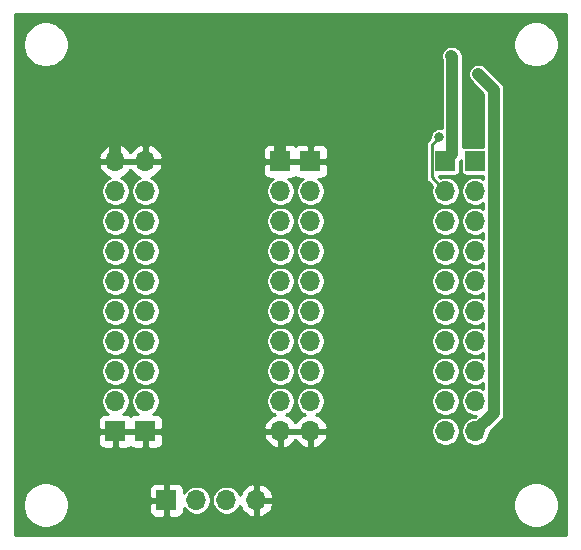
<source format=gbl>
G04 #@! TF.GenerationSoftware,KiCad,Pcbnew,(5.1.6-0-10_14)*
G04 #@! TF.CreationDate,2021-08-31T16:03:37+09:00*
G04 #@! TF.ProjectId,FFCbreak,46464362-7265-4616-9b2e-6b696361645f,rev?*
G04 #@! TF.SameCoordinates,Original*
G04 #@! TF.FileFunction,Copper,L2,Bot*
G04 #@! TF.FilePolarity,Positive*
%FSLAX46Y46*%
G04 Gerber Fmt 4.6, Leading zero omitted, Abs format (unit mm)*
G04 Created by KiCad (PCBNEW (5.1.6-0-10_14)) date 2021-08-31 16:03:37*
%MOMM*%
%LPD*%
G01*
G04 APERTURE LIST*
G04 #@! TA.AperFunction,ComponentPad*
%ADD10O,1.700000X1.700000*%
G04 #@! TD*
G04 #@! TA.AperFunction,ComponentPad*
%ADD11R,1.700000X1.700000*%
G04 #@! TD*
G04 #@! TA.AperFunction,ViaPad*
%ADD12C,0.800000*%
G04 #@! TD*
G04 #@! TA.AperFunction,Conductor*
%ADD13C,1.016000*%
G04 #@! TD*
G04 #@! TA.AperFunction,Conductor*
%ADD14C,0.250000*%
G04 #@! TD*
G04 #@! TA.AperFunction,Conductor*
%ADD15C,0.254000*%
G04 #@! TD*
G04 APERTURE END LIST*
D10*
G04 #@! TO.P,J2,10*
G04 #@! TO.N,GNDL*
X135890000Y-95250000D03*
G04 #@! TO.P,J2,9*
G04 #@! TO.N,/S_LED_OUT8*
X135890000Y-92710000D03*
G04 #@! TO.P,J2,8*
G04 #@! TO.N,/S_LED_OUT7*
X135890000Y-90170000D03*
G04 #@! TO.P,J2,7*
G04 #@! TO.N,/S_LED_OUT6*
X135890000Y-87630000D03*
G04 #@! TO.P,J2,6*
G04 #@! TO.N,/S_LED_OUT5*
X135890000Y-85090000D03*
G04 #@! TO.P,J2,5*
G04 #@! TO.N,/S_LED_OUT4*
X135890000Y-82550000D03*
G04 #@! TO.P,J2,4*
G04 #@! TO.N,/S_LED_OUT3*
X135890000Y-80010000D03*
G04 #@! TO.P,J2,3*
G04 #@! TO.N,/S_LED_OUT2*
X135890000Y-77470000D03*
G04 #@! TO.P,J2,2*
G04 #@! TO.N,/S_LED_OUT1*
X135890000Y-74930000D03*
D11*
G04 #@! TO.P,J2,1*
G04 #@! TO.N,VCCL*
X135890000Y-72390000D03*
G04 #@! TD*
G04 #@! TO.P,J3,1*
G04 #@! TO.N,VCCL*
X133350000Y-72390000D03*
D10*
G04 #@! TO.P,J3,2*
G04 #@! TO.N,/N_LED_OUT9*
X133350000Y-74930000D03*
G04 #@! TO.P,J3,3*
G04 #@! TO.N,/N_LED_OUT10*
X133350000Y-77470000D03*
G04 #@! TO.P,J3,4*
G04 #@! TO.N,/N_LED_OUT11*
X133350000Y-80010000D03*
G04 #@! TO.P,J3,5*
G04 #@! TO.N,/N_LED_OUT12*
X133350000Y-82550000D03*
G04 #@! TO.P,J3,6*
G04 #@! TO.N,/N_LED_OUT13*
X133350000Y-85090000D03*
G04 #@! TO.P,J3,7*
G04 #@! TO.N,/N_LED_OUT14*
X133350000Y-87630000D03*
G04 #@! TO.P,J3,8*
G04 #@! TO.N,/N_LED_OUT15*
X133350000Y-90170000D03*
G04 #@! TO.P,J3,9*
G04 #@! TO.N,/N_LED_OUT16*
X133350000Y-92710000D03*
G04 #@! TO.P,J3,10*
G04 #@! TO.N,GNDL*
X133350000Y-95250000D03*
G04 #@! TD*
G04 #@! TO.P,J4,10*
G04 #@! TO.N,GNDA*
X119380000Y-95250000D03*
G04 #@! TO.P,J4,9*
G04 #@! TO.N,/S_PD_OUT1*
X119380000Y-92710000D03*
G04 #@! TO.P,J4,8*
G04 #@! TO.N,/S_PD_OUT2*
X119380000Y-90170000D03*
G04 #@! TO.P,J4,7*
G04 #@! TO.N,/S_PD_OUT3*
X119380000Y-87630000D03*
G04 #@! TO.P,J4,6*
G04 #@! TO.N,/S_PD_OUT4*
X119380000Y-85090000D03*
G04 #@! TO.P,J4,5*
G04 #@! TO.N,/S_PD_OUT5*
X119380000Y-82550000D03*
G04 #@! TO.P,J4,4*
G04 #@! TO.N,/S_PD_OUT6*
X119380000Y-80010000D03*
G04 #@! TO.P,J4,3*
G04 #@! TO.N,/S_PD_OUT7*
X119380000Y-77470000D03*
G04 #@! TO.P,J4,2*
G04 #@! TO.N,/S_PD_OUT8*
X119380000Y-74930000D03*
D11*
G04 #@! TO.P,J4,1*
G04 #@! TO.N,GNDA*
X119380000Y-72390000D03*
G04 #@! TD*
G04 #@! TO.P,J5,1*
G04 #@! TO.N,GNDA*
X121920000Y-72390000D03*
D10*
G04 #@! TO.P,J5,2*
G04 #@! TO.N,/S_PD_OUT9*
X121920000Y-74930000D03*
G04 #@! TO.P,J5,3*
G04 #@! TO.N,/S_PD_OUT10*
X121920000Y-77470000D03*
G04 #@! TO.P,J5,4*
G04 #@! TO.N,/S_PD_OUT11*
X121920000Y-80010000D03*
G04 #@! TO.P,J5,5*
G04 #@! TO.N,/S_PD_OUT12*
X121920000Y-82550000D03*
G04 #@! TO.P,J5,6*
G04 #@! TO.N,/S_PD_OUT13*
X121920000Y-85090000D03*
G04 #@! TO.P,J5,7*
G04 #@! TO.N,/S_PD_OUT14*
X121920000Y-87630000D03*
G04 #@! TO.P,J5,8*
G04 #@! TO.N,/S_PD_OUT15*
X121920000Y-90170000D03*
G04 #@! TO.P,J5,9*
G04 #@! TO.N,/S_PD_OUT16*
X121920000Y-92710000D03*
G04 #@! TO.P,J5,10*
G04 #@! TO.N,GNDA*
X121920000Y-95250000D03*
G04 #@! TD*
G04 #@! TO.P,J6,10*
G04 #@! TO.N,GNDA*
X107950000Y-72390000D03*
G04 #@! TO.P,J6,9*
G04 #@! TO.N,/N_PD_OUT8*
X107950000Y-74930000D03*
G04 #@! TO.P,J6,8*
G04 #@! TO.N,/N_PD_OUT7*
X107950000Y-77470000D03*
G04 #@! TO.P,J6,7*
G04 #@! TO.N,/N_PD_OUT6*
X107950000Y-80010000D03*
G04 #@! TO.P,J6,6*
G04 #@! TO.N,/N_PD_OUT5*
X107950000Y-82550000D03*
G04 #@! TO.P,J6,5*
G04 #@! TO.N,/N_PD_OUT4*
X107950000Y-85090000D03*
G04 #@! TO.P,J6,4*
G04 #@! TO.N,/N_PD_OUT3*
X107950000Y-87630000D03*
G04 #@! TO.P,J6,3*
G04 #@! TO.N,/N_PD_OUT2*
X107950000Y-90170000D03*
G04 #@! TO.P,J6,2*
G04 #@! TO.N,/N_PD_OUT1*
X107950000Y-92710000D03*
D11*
G04 #@! TO.P,J6,1*
G04 #@! TO.N,GNDA*
X107950000Y-95250000D03*
G04 #@! TD*
G04 #@! TO.P,J7,1*
G04 #@! TO.N,GNDA*
X105410000Y-95250000D03*
D10*
G04 #@! TO.P,J7,2*
G04 #@! TO.N,/N_PD_OUT16*
X105410000Y-92710000D03*
G04 #@! TO.P,J7,3*
G04 #@! TO.N,/N_PD_OUT15*
X105410000Y-90170000D03*
G04 #@! TO.P,J7,4*
G04 #@! TO.N,/N_PD_OUT14*
X105410000Y-87630000D03*
G04 #@! TO.P,J7,5*
G04 #@! TO.N,/N_PD_OUT13*
X105410000Y-85090000D03*
G04 #@! TO.P,J7,6*
G04 #@! TO.N,/N_PD_OUT12*
X105410000Y-82550000D03*
G04 #@! TO.P,J7,7*
G04 #@! TO.N,/N_PD_OUT11*
X105410000Y-80010000D03*
G04 #@! TO.P,J7,8*
G04 #@! TO.N,/N_PD_OUT10*
X105410000Y-77470000D03*
G04 #@! TO.P,J7,9*
G04 #@! TO.N,/N_PD_OUT9*
X105410000Y-74930000D03*
G04 #@! TO.P,J7,10*
G04 #@! TO.N,GNDA*
X105410000Y-72390000D03*
G04 #@! TD*
G04 #@! TO.P,J8,4*
G04 #@! TO.N,GNDA*
X117340000Y-101084000D03*
G04 #@! TO.P,J8,3*
G04 #@! TO.N,/TH2*
X114800000Y-101084000D03*
G04 #@! TO.P,J8,2*
G04 #@! TO.N,/TH1*
X112260000Y-101084000D03*
D11*
G04 #@! TO.P,J8,1*
G04 #@! TO.N,GNDA*
X109720000Y-101084000D03*
G04 #@! TD*
D12*
G04 #@! TO.N,GNDL*
X136136000Y-65016000D03*
G04 #@! TO.N,VCCL*
X133850000Y-63492000D03*
G04 #@! TO.N,/N_LED_OUT9*
X132834000Y-70350000D03*
G04 #@! TO.N,GNDA*
X103878000Y-65016000D03*
X119317000Y-62675000D03*
X98000000Y-67500000D03*
X99500000Y-65000000D03*
X97500000Y-64500000D03*
X98000000Y-72500000D03*
X98000000Y-77500000D03*
X98000000Y-83000000D03*
X98000000Y-87500000D03*
X98000000Y-92000000D03*
X102000000Y-94500000D03*
X98000000Y-97000000D03*
X102500000Y-100000000D03*
X106500000Y-103000000D03*
X106500000Y-99000000D03*
X102500000Y-103500000D03*
X113000000Y-103500000D03*
X120000000Y-103500000D03*
X127000000Y-103500000D03*
X133500000Y-103500000D03*
X138500000Y-103500000D03*
X143000000Y-99500000D03*
X143000000Y-94500000D03*
X138500000Y-94500000D03*
X140500000Y-97000000D03*
X137000000Y-99500000D03*
X132500000Y-99500000D03*
X129000000Y-99500000D03*
X124000000Y-99500000D03*
X124500000Y-94000000D03*
X130000000Y-91500000D03*
X128500000Y-95500000D03*
X115500000Y-99500000D03*
X117000000Y-94500000D03*
X116000000Y-91000000D03*
X113000000Y-93500000D03*
X110000000Y-94500000D03*
X112000000Y-99000000D03*
X112000000Y-96000000D03*
X116000000Y-96500000D03*
X119000000Y-98000000D03*
X106500000Y-61000000D03*
X111500000Y-61000000D03*
X117500000Y-61500000D03*
X121500000Y-61000000D03*
X125500000Y-61000000D03*
X132500000Y-61000000D03*
X139000000Y-60500000D03*
X139000000Y-65000000D03*
X142500000Y-65000000D03*
X143000000Y-60500000D03*
G04 #@! TD*
D13*
G04 #@! TO.N,GNDL*
X137448001Y-66328001D02*
X137448001Y-93691999D01*
X137448001Y-93691999D02*
X135890000Y-95250000D01*
X136136000Y-65016000D02*
X137448001Y-66328001D01*
G04 #@! TO.N,VCCL*
X133942001Y-71797999D02*
X133942001Y-63584001D01*
X133350000Y-72390000D02*
X133942001Y-71797999D01*
X133942001Y-63584001D02*
X133850000Y-63492000D01*
D14*
G04 #@! TO.N,/N_LED_OUT9*
X132174999Y-73754999D02*
X133350000Y-74930000D01*
X132174999Y-71009001D02*
X132174999Y-73754999D01*
X132834000Y-70350000D02*
X132174999Y-71009001D01*
D13*
G04 #@! TO.N,GNDA*
X105410000Y-72390000D02*
X105410000Y-66548000D01*
X105410000Y-66548000D02*
X103878000Y-65016000D01*
X119380000Y-62738000D02*
X119317000Y-62675000D01*
X119380000Y-72390000D02*
X119380000Y-62738000D01*
G04 #@! TD*
D15*
G04 #@! TO.N,GNDA*
G36*
X143569001Y-104069000D02*
G01*
X96931000Y-104069000D01*
X96931000Y-101308769D01*
X97558395Y-101308769D01*
X97558395Y-101691231D01*
X97633009Y-102066345D01*
X97779372Y-102419695D01*
X97991857Y-102737701D01*
X98262299Y-103008143D01*
X98580305Y-103220628D01*
X98933655Y-103366991D01*
X99308769Y-103441605D01*
X99691231Y-103441605D01*
X100066345Y-103366991D01*
X100419695Y-103220628D01*
X100737701Y-103008143D01*
X101008143Y-102737701D01*
X101220628Y-102419695D01*
X101366991Y-102066345D01*
X101393315Y-101934000D01*
X108231928Y-101934000D01*
X108244188Y-102058482D01*
X108280498Y-102178180D01*
X108339463Y-102288494D01*
X108418815Y-102385185D01*
X108515506Y-102464537D01*
X108625820Y-102523502D01*
X108745518Y-102559812D01*
X108870000Y-102572072D01*
X109434250Y-102569000D01*
X109593000Y-102410250D01*
X109593000Y-101211000D01*
X108393750Y-101211000D01*
X108235000Y-101369750D01*
X108231928Y-101934000D01*
X101393315Y-101934000D01*
X101441605Y-101691231D01*
X101441605Y-101308769D01*
X101366991Y-100933655D01*
X101220628Y-100580305D01*
X101008143Y-100262299D01*
X100979844Y-100234000D01*
X108231928Y-100234000D01*
X108235000Y-100798250D01*
X108393750Y-100957000D01*
X109593000Y-100957000D01*
X109593000Y-99757750D01*
X109847000Y-99757750D01*
X109847000Y-100957000D01*
X109867000Y-100957000D01*
X109867000Y-101211000D01*
X109847000Y-101211000D01*
X109847000Y-102410250D01*
X110005750Y-102569000D01*
X110570000Y-102572072D01*
X110694482Y-102559812D01*
X110814180Y-102523502D01*
X110924494Y-102464537D01*
X111021185Y-102385185D01*
X111100537Y-102288494D01*
X111159502Y-102178180D01*
X111195812Y-102058482D01*
X111208072Y-101934000D01*
X111206927Y-101723706D01*
X111303820Y-101868717D01*
X111475283Y-102040180D01*
X111676903Y-102174898D01*
X111900931Y-102267693D01*
X112138757Y-102315000D01*
X112381243Y-102315000D01*
X112619069Y-102267693D01*
X112843097Y-102174898D01*
X113044717Y-102040180D01*
X113216180Y-101868717D01*
X113350898Y-101667097D01*
X113443693Y-101443069D01*
X113491000Y-101205243D01*
X113491000Y-100962757D01*
X113569000Y-100962757D01*
X113569000Y-101205243D01*
X113616307Y-101443069D01*
X113709102Y-101667097D01*
X113843820Y-101868717D01*
X114015283Y-102040180D01*
X114216903Y-102174898D01*
X114440931Y-102267693D01*
X114678757Y-102315000D01*
X114921243Y-102315000D01*
X115159069Y-102267693D01*
X115383097Y-102174898D01*
X115584717Y-102040180D01*
X115756180Y-101868717D01*
X115890898Y-101667097D01*
X115938228Y-101552832D01*
X115995843Y-101715252D01*
X116144822Y-101965355D01*
X116339731Y-102181588D01*
X116573080Y-102355641D01*
X116835901Y-102480825D01*
X116983110Y-102525476D01*
X117213000Y-102404155D01*
X117213000Y-101211000D01*
X117467000Y-101211000D01*
X117467000Y-102404155D01*
X117696890Y-102525476D01*
X117844099Y-102480825D01*
X118106920Y-102355641D01*
X118340269Y-102181588D01*
X118535178Y-101965355D01*
X118684157Y-101715252D01*
X118781481Y-101440891D01*
X118712132Y-101308769D01*
X139058395Y-101308769D01*
X139058395Y-101691231D01*
X139133009Y-102066345D01*
X139279372Y-102419695D01*
X139491857Y-102737701D01*
X139762299Y-103008143D01*
X140080305Y-103220628D01*
X140433655Y-103366991D01*
X140808769Y-103441605D01*
X141191231Y-103441605D01*
X141566345Y-103366991D01*
X141919695Y-103220628D01*
X142237701Y-103008143D01*
X142508143Y-102737701D01*
X142720628Y-102419695D01*
X142866991Y-102066345D01*
X142941605Y-101691231D01*
X142941605Y-101308769D01*
X142866991Y-100933655D01*
X142720628Y-100580305D01*
X142508143Y-100262299D01*
X142237701Y-99991857D01*
X141919695Y-99779372D01*
X141566345Y-99633009D01*
X141191231Y-99558395D01*
X140808769Y-99558395D01*
X140433655Y-99633009D01*
X140080305Y-99779372D01*
X139762299Y-99991857D01*
X139491857Y-100262299D01*
X139279372Y-100580305D01*
X139133009Y-100933655D01*
X139058395Y-101308769D01*
X118712132Y-101308769D01*
X118660814Y-101211000D01*
X117467000Y-101211000D01*
X117213000Y-101211000D01*
X117193000Y-101211000D01*
X117193000Y-100957000D01*
X117213000Y-100957000D01*
X117213000Y-99763845D01*
X117467000Y-99763845D01*
X117467000Y-100957000D01*
X118660814Y-100957000D01*
X118781481Y-100727109D01*
X118684157Y-100452748D01*
X118535178Y-100202645D01*
X118340269Y-99986412D01*
X118106920Y-99812359D01*
X117844099Y-99687175D01*
X117696890Y-99642524D01*
X117467000Y-99763845D01*
X117213000Y-99763845D01*
X116983110Y-99642524D01*
X116835901Y-99687175D01*
X116573080Y-99812359D01*
X116339731Y-99986412D01*
X116144822Y-100202645D01*
X115995843Y-100452748D01*
X115938228Y-100615168D01*
X115890898Y-100500903D01*
X115756180Y-100299283D01*
X115584717Y-100127820D01*
X115383097Y-99993102D01*
X115159069Y-99900307D01*
X114921243Y-99853000D01*
X114678757Y-99853000D01*
X114440931Y-99900307D01*
X114216903Y-99993102D01*
X114015283Y-100127820D01*
X113843820Y-100299283D01*
X113709102Y-100500903D01*
X113616307Y-100724931D01*
X113569000Y-100962757D01*
X113491000Y-100962757D01*
X113443693Y-100724931D01*
X113350898Y-100500903D01*
X113216180Y-100299283D01*
X113044717Y-100127820D01*
X112843097Y-99993102D01*
X112619069Y-99900307D01*
X112381243Y-99853000D01*
X112138757Y-99853000D01*
X111900931Y-99900307D01*
X111676903Y-99993102D01*
X111475283Y-100127820D01*
X111303820Y-100299283D01*
X111206927Y-100444294D01*
X111208072Y-100234000D01*
X111195812Y-100109518D01*
X111159502Y-99989820D01*
X111100537Y-99879506D01*
X111021185Y-99782815D01*
X110924494Y-99703463D01*
X110814180Y-99644498D01*
X110694482Y-99608188D01*
X110570000Y-99595928D01*
X110005750Y-99599000D01*
X109847000Y-99757750D01*
X109593000Y-99757750D01*
X109434250Y-99599000D01*
X108870000Y-99595928D01*
X108745518Y-99608188D01*
X108625820Y-99644498D01*
X108515506Y-99703463D01*
X108418815Y-99782815D01*
X108339463Y-99879506D01*
X108280498Y-99989820D01*
X108244188Y-100109518D01*
X108231928Y-100234000D01*
X100979844Y-100234000D01*
X100737701Y-99991857D01*
X100419695Y-99779372D01*
X100066345Y-99633009D01*
X99691231Y-99558395D01*
X99308769Y-99558395D01*
X98933655Y-99633009D01*
X98580305Y-99779372D01*
X98262299Y-99991857D01*
X97991857Y-100262299D01*
X97779372Y-100580305D01*
X97633009Y-100933655D01*
X97558395Y-101308769D01*
X96931000Y-101308769D01*
X96931000Y-96100000D01*
X103921928Y-96100000D01*
X103934188Y-96224482D01*
X103970498Y-96344180D01*
X104029463Y-96454494D01*
X104108815Y-96551185D01*
X104205506Y-96630537D01*
X104315820Y-96689502D01*
X104435518Y-96725812D01*
X104560000Y-96738072D01*
X105124250Y-96735000D01*
X105283000Y-96576250D01*
X105283000Y-95377000D01*
X105537000Y-95377000D01*
X105537000Y-96576250D01*
X105695750Y-96735000D01*
X106260000Y-96738072D01*
X106384482Y-96725812D01*
X106504180Y-96689502D01*
X106614494Y-96630537D01*
X106680000Y-96576778D01*
X106745506Y-96630537D01*
X106855820Y-96689502D01*
X106975518Y-96725812D01*
X107100000Y-96738072D01*
X107664250Y-96735000D01*
X107823000Y-96576250D01*
X107823000Y-95377000D01*
X108077000Y-95377000D01*
X108077000Y-96576250D01*
X108235750Y-96735000D01*
X108800000Y-96738072D01*
X108924482Y-96725812D01*
X109044180Y-96689502D01*
X109154494Y-96630537D01*
X109251185Y-96551185D01*
X109330537Y-96454494D01*
X109389502Y-96344180D01*
X109425812Y-96224482D01*
X109438072Y-96100000D01*
X109435388Y-95606890D01*
X117938524Y-95606890D01*
X117983175Y-95754099D01*
X118108359Y-96016920D01*
X118282412Y-96250269D01*
X118498645Y-96445178D01*
X118748748Y-96594157D01*
X119023109Y-96691481D01*
X119253000Y-96570814D01*
X119253000Y-95377000D01*
X119507000Y-95377000D01*
X119507000Y-96570814D01*
X119736891Y-96691481D01*
X120011252Y-96594157D01*
X120261355Y-96445178D01*
X120477588Y-96250269D01*
X120650000Y-96019120D01*
X120822412Y-96250269D01*
X121038645Y-96445178D01*
X121288748Y-96594157D01*
X121563109Y-96691481D01*
X121793000Y-96570814D01*
X121793000Y-95377000D01*
X122047000Y-95377000D01*
X122047000Y-96570814D01*
X122276891Y-96691481D01*
X122551252Y-96594157D01*
X122801355Y-96445178D01*
X123017588Y-96250269D01*
X123191641Y-96016920D01*
X123316825Y-95754099D01*
X123361476Y-95606890D01*
X123240155Y-95377000D01*
X122047000Y-95377000D01*
X121793000Y-95377000D01*
X119507000Y-95377000D01*
X119253000Y-95377000D01*
X118059845Y-95377000D01*
X117938524Y-95606890D01*
X109435388Y-95606890D01*
X109435000Y-95535750D01*
X109276250Y-95377000D01*
X108077000Y-95377000D01*
X107823000Y-95377000D01*
X105537000Y-95377000D01*
X105283000Y-95377000D01*
X104083750Y-95377000D01*
X103925000Y-95535750D01*
X103921928Y-96100000D01*
X96931000Y-96100000D01*
X96931000Y-95128757D01*
X132119000Y-95128757D01*
X132119000Y-95371243D01*
X132166307Y-95609069D01*
X132259102Y-95833097D01*
X132393820Y-96034717D01*
X132565283Y-96206180D01*
X132766903Y-96340898D01*
X132990931Y-96433693D01*
X133228757Y-96481000D01*
X133471243Y-96481000D01*
X133709069Y-96433693D01*
X133933097Y-96340898D01*
X134134717Y-96206180D01*
X134306180Y-96034717D01*
X134440898Y-95833097D01*
X134533693Y-95609069D01*
X134581000Y-95371243D01*
X134581000Y-95128757D01*
X134533693Y-94890931D01*
X134440898Y-94666903D01*
X134306180Y-94465283D01*
X134134717Y-94293820D01*
X133933097Y-94159102D01*
X133709069Y-94066307D01*
X133471243Y-94019000D01*
X133228757Y-94019000D01*
X132990931Y-94066307D01*
X132766903Y-94159102D01*
X132565283Y-94293820D01*
X132393820Y-94465283D01*
X132259102Y-94666903D01*
X132166307Y-94890931D01*
X132119000Y-95128757D01*
X96931000Y-95128757D01*
X96931000Y-94400000D01*
X103921928Y-94400000D01*
X103925000Y-94964250D01*
X104083750Y-95123000D01*
X105283000Y-95123000D01*
X105283000Y-95103000D01*
X105537000Y-95103000D01*
X105537000Y-95123000D01*
X107823000Y-95123000D01*
X107823000Y-95103000D01*
X108077000Y-95103000D01*
X108077000Y-95123000D01*
X109276250Y-95123000D01*
X109435000Y-94964250D01*
X109435387Y-94893110D01*
X117938524Y-94893110D01*
X118059845Y-95123000D01*
X119253000Y-95123000D01*
X119253000Y-95103000D01*
X119507000Y-95103000D01*
X119507000Y-95123000D01*
X121793000Y-95123000D01*
X121793000Y-95103000D01*
X122047000Y-95103000D01*
X122047000Y-95123000D01*
X123240155Y-95123000D01*
X123361476Y-94893110D01*
X123316825Y-94745901D01*
X123191641Y-94483080D01*
X123017588Y-94249731D01*
X122801355Y-94054822D01*
X122551252Y-93905843D01*
X122388832Y-93848228D01*
X122503097Y-93800898D01*
X122704717Y-93666180D01*
X122876180Y-93494717D01*
X123010898Y-93293097D01*
X123103693Y-93069069D01*
X123151000Y-92831243D01*
X123151000Y-92588757D01*
X132119000Y-92588757D01*
X132119000Y-92831243D01*
X132166307Y-93069069D01*
X132259102Y-93293097D01*
X132393820Y-93494717D01*
X132565283Y-93666180D01*
X132766903Y-93800898D01*
X132990931Y-93893693D01*
X133228757Y-93941000D01*
X133471243Y-93941000D01*
X133709069Y-93893693D01*
X133933097Y-93800898D01*
X134134717Y-93666180D01*
X134306180Y-93494717D01*
X134440898Y-93293097D01*
X134533693Y-93069069D01*
X134581000Y-92831243D01*
X134581000Y-92588757D01*
X134533693Y-92350931D01*
X134440898Y-92126903D01*
X134306180Y-91925283D01*
X134134717Y-91753820D01*
X133933097Y-91619102D01*
X133709069Y-91526307D01*
X133471243Y-91479000D01*
X133228757Y-91479000D01*
X132990931Y-91526307D01*
X132766903Y-91619102D01*
X132565283Y-91753820D01*
X132393820Y-91925283D01*
X132259102Y-92126903D01*
X132166307Y-92350931D01*
X132119000Y-92588757D01*
X123151000Y-92588757D01*
X123103693Y-92350931D01*
X123010898Y-92126903D01*
X122876180Y-91925283D01*
X122704717Y-91753820D01*
X122503097Y-91619102D01*
X122279069Y-91526307D01*
X122041243Y-91479000D01*
X121798757Y-91479000D01*
X121560931Y-91526307D01*
X121336903Y-91619102D01*
X121135283Y-91753820D01*
X120963820Y-91925283D01*
X120829102Y-92126903D01*
X120736307Y-92350931D01*
X120689000Y-92588757D01*
X120689000Y-92831243D01*
X120736307Y-93069069D01*
X120829102Y-93293097D01*
X120963820Y-93494717D01*
X121135283Y-93666180D01*
X121336903Y-93800898D01*
X121451168Y-93848228D01*
X121288748Y-93905843D01*
X121038645Y-94054822D01*
X120822412Y-94249731D01*
X120650000Y-94480880D01*
X120477588Y-94249731D01*
X120261355Y-94054822D01*
X120011252Y-93905843D01*
X119848832Y-93848228D01*
X119963097Y-93800898D01*
X120164717Y-93666180D01*
X120336180Y-93494717D01*
X120470898Y-93293097D01*
X120563693Y-93069069D01*
X120611000Y-92831243D01*
X120611000Y-92588757D01*
X120563693Y-92350931D01*
X120470898Y-92126903D01*
X120336180Y-91925283D01*
X120164717Y-91753820D01*
X119963097Y-91619102D01*
X119739069Y-91526307D01*
X119501243Y-91479000D01*
X119258757Y-91479000D01*
X119020931Y-91526307D01*
X118796903Y-91619102D01*
X118595283Y-91753820D01*
X118423820Y-91925283D01*
X118289102Y-92126903D01*
X118196307Y-92350931D01*
X118149000Y-92588757D01*
X118149000Y-92831243D01*
X118196307Y-93069069D01*
X118289102Y-93293097D01*
X118423820Y-93494717D01*
X118595283Y-93666180D01*
X118796903Y-93800898D01*
X118911168Y-93848228D01*
X118748748Y-93905843D01*
X118498645Y-94054822D01*
X118282412Y-94249731D01*
X118108359Y-94483080D01*
X117983175Y-94745901D01*
X117938524Y-94893110D01*
X109435387Y-94893110D01*
X109438072Y-94400000D01*
X109425812Y-94275518D01*
X109389502Y-94155820D01*
X109330537Y-94045506D01*
X109251185Y-93948815D01*
X109154494Y-93869463D01*
X109044180Y-93810498D01*
X108924482Y-93774188D01*
X108800000Y-93761928D01*
X108589706Y-93763073D01*
X108734717Y-93666180D01*
X108906180Y-93494717D01*
X109040898Y-93293097D01*
X109133693Y-93069069D01*
X109181000Y-92831243D01*
X109181000Y-92588757D01*
X109133693Y-92350931D01*
X109040898Y-92126903D01*
X108906180Y-91925283D01*
X108734717Y-91753820D01*
X108533097Y-91619102D01*
X108309069Y-91526307D01*
X108071243Y-91479000D01*
X107828757Y-91479000D01*
X107590931Y-91526307D01*
X107366903Y-91619102D01*
X107165283Y-91753820D01*
X106993820Y-91925283D01*
X106859102Y-92126903D01*
X106766307Y-92350931D01*
X106719000Y-92588757D01*
X106719000Y-92831243D01*
X106766307Y-93069069D01*
X106859102Y-93293097D01*
X106993820Y-93494717D01*
X107165283Y-93666180D01*
X107310294Y-93763073D01*
X107100000Y-93761928D01*
X106975518Y-93774188D01*
X106855820Y-93810498D01*
X106745506Y-93869463D01*
X106680000Y-93923222D01*
X106614494Y-93869463D01*
X106504180Y-93810498D01*
X106384482Y-93774188D01*
X106260000Y-93761928D01*
X106049706Y-93763073D01*
X106194717Y-93666180D01*
X106366180Y-93494717D01*
X106500898Y-93293097D01*
X106593693Y-93069069D01*
X106641000Y-92831243D01*
X106641000Y-92588757D01*
X106593693Y-92350931D01*
X106500898Y-92126903D01*
X106366180Y-91925283D01*
X106194717Y-91753820D01*
X105993097Y-91619102D01*
X105769069Y-91526307D01*
X105531243Y-91479000D01*
X105288757Y-91479000D01*
X105050931Y-91526307D01*
X104826903Y-91619102D01*
X104625283Y-91753820D01*
X104453820Y-91925283D01*
X104319102Y-92126903D01*
X104226307Y-92350931D01*
X104179000Y-92588757D01*
X104179000Y-92831243D01*
X104226307Y-93069069D01*
X104319102Y-93293097D01*
X104453820Y-93494717D01*
X104625283Y-93666180D01*
X104770294Y-93763073D01*
X104560000Y-93761928D01*
X104435518Y-93774188D01*
X104315820Y-93810498D01*
X104205506Y-93869463D01*
X104108815Y-93948815D01*
X104029463Y-94045506D01*
X103970498Y-94155820D01*
X103934188Y-94275518D01*
X103921928Y-94400000D01*
X96931000Y-94400000D01*
X96931000Y-90048757D01*
X104179000Y-90048757D01*
X104179000Y-90291243D01*
X104226307Y-90529069D01*
X104319102Y-90753097D01*
X104453820Y-90954717D01*
X104625283Y-91126180D01*
X104826903Y-91260898D01*
X105050931Y-91353693D01*
X105288757Y-91401000D01*
X105531243Y-91401000D01*
X105769069Y-91353693D01*
X105993097Y-91260898D01*
X106194717Y-91126180D01*
X106366180Y-90954717D01*
X106500898Y-90753097D01*
X106593693Y-90529069D01*
X106641000Y-90291243D01*
X106641000Y-90048757D01*
X106719000Y-90048757D01*
X106719000Y-90291243D01*
X106766307Y-90529069D01*
X106859102Y-90753097D01*
X106993820Y-90954717D01*
X107165283Y-91126180D01*
X107366903Y-91260898D01*
X107590931Y-91353693D01*
X107828757Y-91401000D01*
X108071243Y-91401000D01*
X108309069Y-91353693D01*
X108533097Y-91260898D01*
X108734717Y-91126180D01*
X108906180Y-90954717D01*
X109040898Y-90753097D01*
X109133693Y-90529069D01*
X109181000Y-90291243D01*
X109181000Y-90048757D01*
X118149000Y-90048757D01*
X118149000Y-90291243D01*
X118196307Y-90529069D01*
X118289102Y-90753097D01*
X118423820Y-90954717D01*
X118595283Y-91126180D01*
X118796903Y-91260898D01*
X119020931Y-91353693D01*
X119258757Y-91401000D01*
X119501243Y-91401000D01*
X119739069Y-91353693D01*
X119963097Y-91260898D01*
X120164717Y-91126180D01*
X120336180Y-90954717D01*
X120470898Y-90753097D01*
X120563693Y-90529069D01*
X120611000Y-90291243D01*
X120611000Y-90048757D01*
X120689000Y-90048757D01*
X120689000Y-90291243D01*
X120736307Y-90529069D01*
X120829102Y-90753097D01*
X120963820Y-90954717D01*
X121135283Y-91126180D01*
X121336903Y-91260898D01*
X121560931Y-91353693D01*
X121798757Y-91401000D01*
X122041243Y-91401000D01*
X122279069Y-91353693D01*
X122503097Y-91260898D01*
X122704717Y-91126180D01*
X122876180Y-90954717D01*
X123010898Y-90753097D01*
X123103693Y-90529069D01*
X123151000Y-90291243D01*
X123151000Y-90048757D01*
X132119000Y-90048757D01*
X132119000Y-90291243D01*
X132166307Y-90529069D01*
X132259102Y-90753097D01*
X132393820Y-90954717D01*
X132565283Y-91126180D01*
X132766903Y-91260898D01*
X132990931Y-91353693D01*
X133228757Y-91401000D01*
X133471243Y-91401000D01*
X133709069Y-91353693D01*
X133933097Y-91260898D01*
X134134717Y-91126180D01*
X134306180Y-90954717D01*
X134440898Y-90753097D01*
X134533693Y-90529069D01*
X134581000Y-90291243D01*
X134581000Y-90048757D01*
X134533693Y-89810931D01*
X134440898Y-89586903D01*
X134306180Y-89385283D01*
X134134717Y-89213820D01*
X133933097Y-89079102D01*
X133709069Y-88986307D01*
X133471243Y-88939000D01*
X133228757Y-88939000D01*
X132990931Y-88986307D01*
X132766903Y-89079102D01*
X132565283Y-89213820D01*
X132393820Y-89385283D01*
X132259102Y-89586903D01*
X132166307Y-89810931D01*
X132119000Y-90048757D01*
X123151000Y-90048757D01*
X123103693Y-89810931D01*
X123010898Y-89586903D01*
X122876180Y-89385283D01*
X122704717Y-89213820D01*
X122503097Y-89079102D01*
X122279069Y-88986307D01*
X122041243Y-88939000D01*
X121798757Y-88939000D01*
X121560931Y-88986307D01*
X121336903Y-89079102D01*
X121135283Y-89213820D01*
X120963820Y-89385283D01*
X120829102Y-89586903D01*
X120736307Y-89810931D01*
X120689000Y-90048757D01*
X120611000Y-90048757D01*
X120563693Y-89810931D01*
X120470898Y-89586903D01*
X120336180Y-89385283D01*
X120164717Y-89213820D01*
X119963097Y-89079102D01*
X119739069Y-88986307D01*
X119501243Y-88939000D01*
X119258757Y-88939000D01*
X119020931Y-88986307D01*
X118796903Y-89079102D01*
X118595283Y-89213820D01*
X118423820Y-89385283D01*
X118289102Y-89586903D01*
X118196307Y-89810931D01*
X118149000Y-90048757D01*
X109181000Y-90048757D01*
X109133693Y-89810931D01*
X109040898Y-89586903D01*
X108906180Y-89385283D01*
X108734717Y-89213820D01*
X108533097Y-89079102D01*
X108309069Y-88986307D01*
X108071243Y-88939000D01*
X107828757Y-88939000D01*
X107590931Y-88986307D01*
X107366903Y-89079102D01*
X107165283Y-89213820D01*
X106993820Y-89385283D01*
X106859102Y-89586903D01*
X106766307Y-89810931D01*
X106719000Y-90048757D01*
X106641000Y-90048757D01*
X106593693Y-89810931D01*
X106500898Y-89586903D01*
X106366180Y-89385283D01*
X106194717Y-89213820D01*
X105993097Y-89079102D01*
X105769069Y-88986307D01*
X105531243Y-88939000D01*
X105288757Y-88939000D01*
X105050931Y-88986307D01*
X104826903Y-89079102D01*
X104625283Y-89213820D01*
X104453820Y-89385283D01*
X104319102Y-89586903D01*
X104226307Y-89810931D01*
X104179000Y-90048757D01*
X96931000Y-90048757D01*
X96931000Y-87508757D01*
X104179000Y-87508757D01*
X104179000Y-87751243D01*
X104226307Y-87989069D01*
X104319102Y-88213097D01*
X104453820Y-88414717D01*
X104625283Y-88586180D01*
X104826903Y-88720898D01*
X105050931Y-88813693D01*
X105288757Y-88861000D01*
X105531243Y-88861000D01*
X105769069Y-88813693D01*
X105993097Y-88720898D01*
X106194717Y-88586180D01*
X106366180Y-88414717D01*
X106500898Y-88213097D01*
X106593693Y-87989069D01*
X106641000Y-87751243D01*
X106641000Y-87508757D01*
X106719000Y-87508757D01*
X106719000Y-87751243D01*
X106766307Y-87989069D01*
X106859102Y-88213097D01*
X106993820Y-88414717D01*
X107165283Y-88586180D01*
X107366903Y-88720898D01*
X107590931Y-88813693D01*
X107828757Y-88861000D01*
X108071243Y-88861000D01*
X108309069Y-88813693D01*
X108533097Y-88720898D01*
X108734717Y-88586180D01*
X108906180Y-88414717D01*
X109040898Y-88213097D01*
X109133693Y-87989069D01*
X109181000Y-87751243D01*
X109181000Y-87508757D01*
X118149000Y-87508757D01*
X118149000Y-87751243D01*
X118196307Y-87989069D01*
X118289102Y-88213097D01*
X118423820Y-88414717D01*
X118595283Y-88586180D01*
X118796903Y-88720898D01*
X119020931Y-88813693D01*
X119258757Y-88861000D01*
X119501243Y-88861000D01*
X119739069Y-88813693D01*
X119963097Y-88720898D01*
X120164717Y-88586180D01*
X120336180Y-88414717D01*
X120470898Y-88213097D01*
X120563693Y-87989069D01*
X120611000Y-87751243D01*
X120611000Y-87508757D01*
X120689000Y-87508757D01*
X120689000Y-87751243D01*
X120736307Y-87989069D01*
X120829102Y-88213097D01*
X120963820Y-88414717D01*
X121135283Y-88586180D01*
X121336903Y-88720898D01*
X121560931Y-88813693D01*
X121798757Y-88861000D01*
X122041243Y-88861000D01*
X122279069Y-88813693D01*
X122503097Y-88720898D01*
X122704717Y-88586180D01*
X122876180Y-88414717D01*
X123010898Y-88213097D01*
X123103693Y-87989069D01*
X123151000Y-87751243D01*
X123151000Y-87508757D01*
X132119000Y-87508757D01*
X132119000Y-87751243D01*
X132166307Y-87989069D01*
X132259102Y-88213097D01*
X132393820Y-88414717D01*
X132565283Y-88586180D01*
X132766903Y-88720898D01*
X132990931Y-88813693D01*
X133228757Y-88861000D01*
X133471243Y-88861000D01*
X133709069Y-88813693D01*
X133933097Y-88720898D01*
X134134717Y-88586180D01*
X134306180Y-88414717D01*
X134440898Y-88213097D01*
X134533693Y-87989069D01*
X134581000Y-87751243D01*
X134581000Y-87508757D01*
X134533693Y-87270931D01*
X134440898Y-87046903D01*
X134306180Y-86845283D01*
X134134717Y-86673820D01*
X133933097Y-86539102D01*
X133709069Y-86446307D01*
X133471243Y-86399000D01*
X133228757Y-86399000D01*
X132990931Y-86446307D01*
X132766903Y-86539102D01*
X132565283Y-86673820D01*
X132393820Y-86845283D01*
X132259102Y-87046903D01*
X132166307Y-87270931D01*
X132119000Y-87508757D01*
X123151000Y-87508757D01*
X123103693Y-87270931D01*
X123010898Y-87046903D01*
X122876180Y-86845283D01*
X122704717Y-86673820D01*
X122503097Y-86539102D01*
X122279069Y-86446307D01*
X122041243Y-86399000D01*
X121798757Y-86399000D01*
X121560931Y-86446307D01*
X121336903Y-86539102D01*
X121135283Y-86673820D01*
X120963820Y-86845283D01*
X120829102Y-87046903D01*
X120736307Y-87270931D01*
X120689000Y-87508757D01*
X120611000Y-87508757D01*
X120563693Y-87270931D01*
X120470898Y-87046903D01*
X120336180Y-86845283D01*
X120164717Y-86673820D01*
X119963097Y-86539102D01*
X119739069Y-86446307D01*
X119501243Y-86399000D01*
X119258757Y-86399000D01*
X119020931Y-86446307D01*
X118796903Y-86539102D01*
X118595283Y-86673820D01*
X118423820Y-86845283D01*
X118289102Y-87046903D01*
X118196307Y-87270931D01*
X118149000Y-87508757D01*
X109181000Y-87508757D01*
X109133693Y-87270931D01*
X109040898Y-87046903D01*
X108906180Y-86845283D01*
X108734717Y-86673820D01*
X108533097Y-86539102D01*
X108309069Y-86446307D01*
X108071243Y-86399000D01*
X107828757Y-86399000D01*
X107590931Y-86446307D01*
X107366903Y-86539102D01*
X107165283Y-86673820D01*
X106993820Y-86845283D01*
X106859102Y-87046903D01*
X106766307Y-87270931D01*
X106719000Y-87508757D01*
X106641000Y-87508757D01*
X106593693Y-87270931D01*
X106500898Y-87046903D01*
X106366180Y-86845283D01*
X106194717Y-86673820D01*
X105993097Y-86539102D01*
X105769069Y-86446307D01*
X105531243Y-86399000D01*
X105288757Y-86399000D01*
X105050931Y-86446307D01*
X104826903Y-86539102D01*
X104625283Y-86673820D01*
X104453820Y-86845283D01*
X104319102Y-87046903D01*
X104226307Y-87270931D01*
X104179000Y-87508757D01*
X96931000Y-87508757D01*
X96931000Y-84968757D01*
X104179000Y-84968757D01*
X104179000Y-85211243D01*
X104226307Y-85449069D01*
X104319102Y-85673097D01*
X104453820Y-85874717D01*
X104625283Y-86046180D01*
X104826903Y-86180898D01*
X105050931Y-86273693D01*
X105288757Y-86321000D01*
X105531243Y-86321000D01*
X105769069Y-86273693D01*
X105993097Y-86180898D01*
X106194717Y-86046180D01*
X106366180Y-85874717D01*
X106500898Y-85673097D01*
X106593693Y-85449069D01*
X106641000Y-85211243D01*
X106641000Y-84968757D01*
X106719000Y-84968757D01*
X106719000Y-85211243D01*
X106766307Y-85449069D01*
X106859102Y-85673097D01*
X106993820Y-85874717D01*
X107165283Y-86046180D01*
X107366903Y-86180898D01*
X107590931Y-86273693D01*
X107828757Y-86321000D01*
X108071243Y-86321000D01*
X108309069Y-86273693D01*
X108533097Y-86180898D01*
X108734717Y-86046180D01*
X108906180Y-85874717D01*
X109040898Y-85673097D01*
X109133693Y-85449069D01*
X109181000Y-85211243D01*
X109181000Y-84968757D01*
X118149000Y-84968757D01*
X118149000Y-85211243D01*
X118196307Y-85449069D01*
X118289102Y-85673097D01*
X118423820Y-85874717D01*
X118595283Y-86046180D01*
X118796903Y-86180898D01*
X119020931Y-86273693D01*
X119258757Y-86321000D01*
X119501243Y-86321000D01*
X119739069Y-86273693D01*
X119963097Y-86180898D01*
X120164717Y-86046180D01*
X120336180Y-85874717D01*
X120470898Y-85673097D01*
X120563693Y-85449069D01*
X120611000Y-85211243D01*
X120611000Y-84968757D01*
X120689000Y-84968757D01*
X120689000Y-85211243D01*
X120736307Y-85449069D01*
X120829102Y-85673097D01*
X120963820Y-85874717D01*
X121135283Y-86046180D01*
X121336903Y-86180898D01*
X121560931Y-86273693D01*
X121798757Y-86321000D01*
X122041243Y-86321000D01*
X122279069Y-86273693D01*
X122503097Y-86180898D01*
X122704717Y-86046180D01*
X122876180Y-85874717D01*
X123010898Y-85673097D01*
X123103693Y-85449069D01*
X123151000Y-85211243D01*
X123151000Y-84968757D01*
X132119000Y-84968757D01*
X132119000Y-85211243D01*
X132166307Y-85449069D01*
X132259102Y-85673097D01*
X132393820Y-85874717D01*
X132565283Y-86046180D01*
X132766903Y-86180898D01*
X132990931Y-86273693D01*
X133228757Y-86321000D01*
X133471243Y-86321000D01*
X133709069Y-86273693D01*
X133933097Y-86180898D01*
X134134717Y-86046180D01*
X134306180Y-85874717D01*
X134440898Y-85673097D01*
X134533693Y-85449069D01*
X134581000Y-85211243D01*
X134581000Y-84968757D01*
X134533693Y-84730931D01*
X134440898Y-84506903D01*
X134306180Y-84305283D01*
X134134717Y-84133820D01*
X133933097Y-83999102D01*
X133709069Y-83906307D01*
X133471243Y-83859000D01*
X133228757Y-83859000D01*
X132990931Y-83906307D01*
X132766903Y-83999102D01*
X132565283Y-84133820D01*
X132393820Y-84305283D01*
X132259102Y-84506903D01*
X132166307Y-84730931D01*
X132119000Y-84968757D01*
X123151000Y-84968757D01*
X123103693Y-84730931D01*
X123010898Y-84506903D01*
X122876180Y-84305283D01*
X122704717Y-84133820D01*
X122503097Y-83999102D01*
X122279069Y-83906307D01*
X122041243Y-83859000D01*
X121798757Y-83859000D01*
X121560931Y-83906307D01*
X121336903Y-83999102D01*
X121135283Y-84133820D01*
X120963820Y-84305283D01*
X120829102Y-84506903D01*
X120736307Y-84730931D01*
X120689000Y-84968757D01*
X120611000Y-84968757D01*
X120563693Y-84730931D01*
X120470898Y-84506903D01*
X120336180Y-84305283D01*
X120164717Y-84133820D01*
X119963097Y-83999102D01*
X119739069Y-83906307D01*
X119501243Y-83859000D01*
X119258757Y-83859000D01*
X119020931Y-83906307D01*
X118796903Y-83999102D01*
X118595283Y-84133820D01*
X118423820Y-84305283D01*
X118289102Y-84506903D01*
X118196307Y-84730931D01*
X118149000Y-84968757D01*
X109181000Y-84968757D01*
X109133693Y-84730931D01*
X109040898Y-84506903D01*
X108906180Y-84305283D01*
X108734717Y-84133820D01*
X108533097Y-83999102D01*
X108309069Y-83906307D01*
X108071243Y-83859000D01*
X107828757Y-83859000D01*
X107590931Y-83906307D01*
X107366903Y-83999102D01*
X107165283Y-84133820D01*
X106993820Y-84305283D01*
X106859102Y-84506903D01*
X106766307Y-84730931D01*
X106719000Y-84968757D01*
X106641000Y-84968757D01*
X106593693Y-84730931D01*
X106500898Y-84506903D01*
X106366180Y-84305283D01*
X106194717Y-84133820D01*
X105993097Y-83999102D01*
X105769069Y-83906307D01*
X105531243Y-83859000D01*
X105288757Y-83859000D01*
X105050931Y-83906307D01*
X104826903Y-83999102D01*
X104625283Y-84133820D01*
X104453820Y-84305283D01*
X104319102Y-84506903D01*
X104226307Y-84730931D01*
X104179000Y-84968757D01*
X96931000Y-84968757D01*
X96931000Y-82428757D01*
X104179000Y-82428757D01*
X104179000Y-82671243D01*
X104226307Y-82909069D01*
X104319102Y-83133097D01*
X104453820Y-83334717D01*
X104625283Y-83506180D01*
X104826903Y-83640898D01*
X105050931Y-83733693D01*
X105288757Y-83781000D01*
X105531243Y-83781000D01*
X105769069Y-83733693D01*
X105993097Y-83640898D01*
X106194717Y-83506180D01*
X106366180Y-83334717D01*
X106500898Y-83133097D01*
X106593693Y-82909069D01*
X106641000Y-82671243D01*
X106641000Y-82428757D01*
X106719000Y-82428757D01*
X106719000Y-82671243D01*
X106766307Y-82909069D01*
X106859102Y-83133097D01*
X106993820Y-83334717D01*
X107165283Y-83506180D01*
X107366903Y-83640898D01*
X107590931Y-83733693D01*
X107828757Y-83781000D01*
X108071243Y-83781000D01*
X108309069Y-83733693D01*
X108533097Y-83640898D01*
X108734717Y-83506180D01*
X108906180Y-83334717D01*
X109040898Y-83133097D01*
X109133693Y-82909069D01*
X109181000Y-82671243D01*
X109181000Y-82428757D01*
X118149000Y-82428757D01*
X118149000Y-82671243D01*
X118196307Y-82909069D01*
X118289102Y-83133097D01*
X118423820Y-83334717D01*
X118595283Y-83506180D01*
X118796903Y-83640898D01*
X119020931Y-83733693D01*
X119258757Y-83781000D01*
X119501243Y-83781000D01*
X119739069Y-83733693D01*
X119963097Y-83640898D01*
X120164717Y-83506180D01*
X120336180Y-83334717D01*
X120470898Y-83133097D01*
X120563693Y-82909069D01*
X120611000Y-82671243D01*
X120611000Y-82428757D01*
X120689000Y-82428757D01*
X120689000Y-82671243D01*
X120736307Y-82909069D01*
X120829102Y-83133097D01*
X120963820Y-83334717D01*
X121135283Y-83506180D01*
X121336903Y-83640898D01*
X121560931Y-83733693D01*
X121798757Y-83781000D01*
X122041243Y-83781000D01*
X122279069Y-83733693D01*
X122503097Y-83640898D01*
X122704717Y-83506180D01*
X122876180Y-83334717D01*
X123010898Y-83133097D01*
X123103693Y-82909069D01*
X123151000Y-82671243D01*
X123151000Y-82428757D01*
X132119000Y-82428757D01*
X132119000Y-82671243D01*
X132166307Y-82909069D01*
X132259102Y-83133097D01*
X132393820Y-83334717D01*
X132565283Y-83506180D01*
X132766903Y-83640898D01*
X132990931Y-83733693D01*
X133228757Y-83781000D01*
X133471243Y-83781000D01*
X133709069Y-83733693D01*
X133933097Y-83640898D01*
X134134717Y-83506180D01*
X134306180Y-83334717D01*
X134440898Y-83133097D01*
X134533693Y-82909069D01*
X134581000Y-82671243D01*
X134581000Y-82428757D01*
X134533693Y-82190931D01*
X134440898Y-81966903D01*
X134306180Y-81765283D01*
X134134717Y-81593820D01*
X133933097Y-81459102D01*
X133709069Y-81366307D01*
X133471243Y-81319000D01*
X133228757Y-81319000D01*
X132990931Y-81366307D01*
X132766903Y-81459102D01*
X132565283Y-81593820D01*
X132393820Y-81765283D01*
X132259102Y-81966903D01*
X132166307Y-82190931D01*
X132119000Y-82428757D01*
X123151000Y-82428757D01*
X123103693Y-82190931D01*
X123010898Y-81966903D01*
X122876180Y-81765283D01*
X122704717Y-81593820D01*
X122503097Y-81459102D01*
X122279069Y-81366307D01*
X122041243Y-81319000D01*
X121798757Y-81319000D01*
X121560931Y-81366307D01*
X121336903Y-81459102D01*
X121135283Y-81593820D01*
X120963820Y-81765283D01*
X120829102Y-81966903D01*
X120736307Y-82190931D01*
X120689000Y-82428757D01*
X120611000Y-82428757D01*
X120563693Y-82190931D01*
X120470898Y-81966903D01*
X120336180Y-81765283D01*
X120164717Y-81593820D01*
X119963097Y-81459102D01*
X119739069Y-81366307D01*
X119501243Y-81319000D01*
X119258757Y-81319000D01*
X119020931Y-81366307D01*
X118796903Y-81459102D01*
X118595283Y-81593820D01*
X118423820Y-81765283D01*
X118289102Y-81966903D01*
X118196307Y-82190931D01*
X118149000Y-82428757D01*
X109181000Y-82428757D01*
X109133693Y-82190931D01*
X109040898Y-81966903D01*
X108906180Y-81765283D01*
X108734717Y-81593820D01*
X108533097Y-81459102D01*
X108309069Y-81366307D01*
X108071243Y-81319000D01*
X107828757Y-81319000D01*
X107590931Y-81366307D01*
X107366903Y-81459102D01*
X107165283Y-81593820D01*
X106993820Y-81765283D01*
X106859102Y-81966903D01*
X106766307Y-82190931D01*
X106719000Y-82428757D01*
X106641000Y-82428757D01*
X106593693Y-82190931D01*
X106500898Y-81966903D01*
X106366180Y-81765283D01*
X106194717Y-81593820D01*
X105993097Y-81459102D01*
X105769069Y-81366307D01*
X105531243Y-81319000D01*
X105288757Y-81319000D01*
X105050931Y-81366307D01*
X104826903Y-81459102D01*
X104625283Y-81593820D01*
X104453820Y-81765283D01*
X104319102Y-81966903D01*
X104226307Y-82190931D01*
X104179000Y-82428757D01*
X96931000Y-82428757D01*
X96931000Y-79888757D01*
X104179000Y-79888757D01*
X104179000Y-80131243D01*
X104226307Y-80369069D01*
X104319102Y-80593097D01*
X104453820Y-80794717D01*
X104625283Y-80966180D01*
X104826903Y-81100898D01*
X105050931Y-81193693D01*
X105288757Y-81241000D01*
X105531243Y-81241000D01*
X105769069Y-81193693D01*
X105993097Y-81100898D01*
X106194717Y-80966180D01*
X106366180Y-80794717D01*
X106500898Y-80593097D01*
X106593693Y-80369069D01*
X106641000Y-80131243D01*
X106641000Y-79888757D01*
X106719000Y-79888757D01*
X106719000Y-80131243D01*
X106766307Y-80369069D01*
X106859102Y-80593097D01*
X106993820Y-80794717D01*
X107165283Y-80966180D01*
X107366903Y-81100898D01*
X107590931Y-81193693D01*
X107828757Y-81241000D01*
X108071243Y-81241000D01*
X108309069Y-81193693D01*
X108533097Y-81100898D01*
X108734717Y-80966180D01*
X108906180Y-80794717D01*
X109040898Y-80593097D01*
X109133693Y-80369069D01*
X109181000Y-80131243D01*
X109181000Y-79888757D01*
X118149000Y-79888757D01*
X118149000Y-80131243D01*
X118196307Y-80369069D01*
X118289102Y-80593097D01*
X118423820Y-80794717D01*
X118595283Y-80966180D01*
X118796903Y-81100898D01*
X119020931Y-81193693D01*
X119258757Y-81241000D01*
X119501243Y-81241000D01*
X119739069Y-81193693D01*
X119963097Y-81100898D01*
X120164717Y-80966180D01*
X120336180Y-80794717D01*
X120470898Y-80593097D01*
X120563693Y-80369069D01*
X120611000Y-80131243D01*
X120611000Y-79888757D01*
X120689000Y-79888757D01*
X120689000Y-80131243D01*
X120736307Y-80369069D01*
X120829102Y-80593097D01*
X120963820Y-80794717D01*
X121135283Y-80966180D01*
X121336903Y-81100898D01*
X121560931Y-81193693D01*
X121798757Y-81241000D01*
X122041243Y-81241000D01*
X122279069Y-81193693D01*
X122503097Y-81100898D01*
X122704717Y-80966180D01*
X122876180Y-80794717D01*
X123010898Y-80593097D01*
X123103693Y-80369069D01*
X123151000Y-80131243D01*
X123151000Y-79888757D01*
X132119000Y-79888757D01*
X132119000Y-80131243D01*
X132166307Y-80369069D01*
X132259102Y-80593097D01*
X132393820Y-80794717D01*
X132565283Y-80966180D01*
X132766903Y-81100898D01*
X132990931Y-81193693D01*
X133228757Y-81241000D01*
X133471243Y-81241000D01*
X133709069Y-81193693D01*
X133933097Y-81100898D01*
X134134717Y-80966180D01*
X134306180Y-80794717D01*
X134440898Y-80593097D01*
X134533693Y-80369069D01*
X134581000Y-80131243D01*
X134581000Y-79888757D01*
X134533693Y-79650931D01*
X134440898Y-79426903D01*
X134306180Y-79225283D01*
X134134717Y-79053820D01*
X133933097Y-78919102D01*
X133709069Y-78826307D01*
X133471243Y-78779000D01*
X133228757Y-78779000D01*
X132990931Y-78826307D01*
X132766903Y-78919102D01*
X132565283Y-79053820D01*
X132393820Y-79225283D01*
X132259102Y-79426903D01*
X132166307Y-79650931D01*
X132119000Y-79888757D01*
X123151000Y-79888757D01*
X123103693Y-79650931D01*
X123010898Y-79426903D01*
X122876180Y-79225283D01*
X122704717Y-79053820D01*
X122503097Y-78919102D01*
X122279069Y-78826307D01*
X122041243Y-78779000D01*
X121798757Y-78779000D01*
X121560931Y-78826307D01*
X121336903Y-78919102D01*
X121135283Y-79053820D01*
X120963820Y-79225283D01*
X120829102Y-79426903D01*
X120736307Y-79650931D01*
X120689000Y-79888757D01*
X120611000Y-79888757D01*
X120563693Y-79650931D01*
X120470898Y-79426903D01*
X120336180Y-79225283D01*
X120164717Y-79053820D01*
X119963097Y-78919102D01*
X119739069Y-78826307D01*
X119501243Y-78779000D01*
X119258757Y-78779000D01*
X119020931Y-78826307D01*
X118796903Y-78919102D01*
X118595283Y-79053820D01*
X118423820Y-79225283D01*
X118289102Y-79426903D01*
X118196307Y-79650931D01*
X118149000Y-79888757D01*
X109181000Y-79888757D01*
X109133693Y-79650931D01*
X109040898Y-79426903D01*
X108906180Y-79225283D01*
X108734717Y-79053820D01*
X108533097Y-78919102D01*
X108309069Y-78826307D01*
X108071243Y-78779000D01*
X107828757Y-78779000D01*
X107590931Y-78826307D01*
X107366903Y-78919102D01*
X107165283Y-79053820D01*
X106993820Y-79225283D01*
X106859102Y-79426903D01*
X106766307Y-79650931D01*
X106719000Y-79888757D01*
X106641000Y-79888757D01*
X106593693Y-79650931D01*
X106500898Y-79426903D01*
X106366180Y-79225283D01*
X106194717Y-79053820D01*
X105993097Y-78919102D01*
X105769069Y-78826307D01*
X105531243Y-78779000D01*
X105288757Y-78779000D01*
X105050931Y-78826307D01*
X104826903Y-78919102D01*
X104625283Y-79053820D01*
X104453820Y-79225283D01*
X104319102Y-79426903D01*
X104226307Y-79650931D01*
X104179000Y-79888757D01*
X96931000Y-79888757D01*
X96931000Y-77348757D01*
X104179000Y-77348757D01*
X104179000Y-77591243D01*
X104226307Y-77829069D01*
X104319102Y-78053097D01*
X104453820Y-78254717D01*
X104625283Y-78426180D01*
X104826903Y-78560898D01*
X105050931Y-78653693D01*
X105288757Y-78701000D01*
X105531243Y-78701000D01*
X105769069Y-78653693D01*
X105993097Y-78560898D01*
X106194717Y-78426180D01*
X106366180Y-78254717D01*
X106500898Y-78053097D01*
X106593693Y-77829069D01*
X106641000Y-77591243D01*
X106641000Y-77348757D01*
X106719000Y-77348757D01*
X106719000Y-77591243D01*
X106766307Y-77829069D01*
X106859102Y-78053097D01*
X106993820Y-78254717D01*
X107165283Y-78426180D01*
X107366903Y-78560898D01*
X107590931Y-78653693D01*
X107828757Y-78701000D01*
X108071243Y-78701000D01*
X108309069Y-78653693D01*
X108533097Y-78560898D01*
X108734717Y-78426180D01*
X108906180Y-78254717D01*
X109040898Y-78053097D01*
X109133693Y-77829069D01*
X109181000Y-77591243D01*
X109181000Y-77348757D01*
X118149000Y-77348757D01*
X118149000Y-77591243D01*
X118196307Y-77829069D01*
X118289102Y-78053097D01*
X118423820Y-78254717D01*
X118595283Y-78426180D01*
X118796903Y-78560898D01*
X119020931Y-78653693D01*
X119258757Y-78701000D01*
X119501243Y-78701000D01*
X119739069Y-78653693D01*
X119963097Y-78560898D01*
X120164717Y-78426180D01*
X120336180Y-78254717D01*
X120470898Y-78053097D01*
X120563693Y-77829069D01*
X120611000Y-77591243D01*
X120611000Y-77348757D01*
X120689000Y-77348757D01*
X120689000Y-77591243D01*
X120736307Y-77829069D01*
X120829102Y-78053097D01*
X120963820Y-78254717D01*
X121135283Y-78426180D01*
X121336903Y-78560898D01*
X121560931Y-78653693D01*
X121798757Y-78701000D01*
X122041243Y-78701000D01*
X122279069Y-78653693D01*
X122503097Y-78560898D01*
X122704717Y-78426180D01*
X122876180Y-78254717D01*
X123010898Y-78053097D01*
X123103693Y-77829069D01*
X123151000Y-77591243D01*
X123151000Y-77348757D01*
X132119000Y-77348757D01*
X132119000Y-77591243D01*
X132166307Y-77829069D01*
X132259102Y-78053097D01*
X132393820Y-78254717D01*
X132565283Y-78426180D01*
X132766903Y-78560898D01*
X132990931Y-78653693D01*
X133228757Y-78701000D01*
X133471243Y-78701000D01*
X133709069Y-78653693D01*
X133933097Y-78560898D01*
X134134717Y-78426180D01*
X134306180Y-78254717D01*
X134440898Y-78053097D01*
X134533693Y-77829069D01*
X134581000Y-77591243D01*
X134581000Y-77348757D01*
X134533693Y-77110931D01*
X134440898Y-76886903D01*
X134306180Y-76685283D01*
X134134717Y-76513820D01*
X133933097Y-76379102D01*
X133709069Y-76286307D01*
X133471243Y-76239000D01*
X133228757Y-76239000D01*
X132990931Y-76286307D01*
X132766903Y-76379102D01*
X132565283Y-76513820D01*
X132393820Y-76685283D01*
X132259102Y-76886903D01*
X132166307Y-77110931D01*
X132119000Y-77348757D01*
X123151000Y-77348757D01*
X123103693Y-77110931D01*
X123010898Y-76886903D01*
X122876180Y-76685283D01*
X122704717Y-76513820D01*
X122503097Y-76379102D01*
X122279069Y-76286307D01*
X122041243Y-76239000D01*
X121798757Y-76239000D01*
X121560931Y-76286307D01*
X121336903Y-76379102D01*
X121135283Y-76513820D01*
X120963820Y-76685283D01*
X120829102Y-76886903D01*
X120736307Y-77110931D01*
X120689000Y-77348757D01*
X120611000Y-77348757D01*
X120563693Y-77110931D01*
X120470898Y-76886903D01*
X120336180Y-76685283D01*
X120164717Y-76513820D01*
X119963097Y-76379102D01*
X119739069Y-76286307D01*
X119501243Y-76239000D01*
X119258757Y-76239000D01*
X119020931Y-76286307D01*
X118796903Y-76379102D01*
X118595283Y-76513820D01*
X118423820Y-76685283D01*
X118289102Y-76886903D01*
X118196307Y-77110931D01*
X118149000Y-77348757D01*
X109181000Y-77348757D01*
X109133693Y-77110931D01*
X109040898Y-76886903D01*
X108906180Y-76685283D01*
X108734717Y-76513820D01*
X108533097Y-76379102D01*
X108309069Y-76286307D01*
X108071243Y-76239000D01*
X107828757Y-76239000D01*
X107590931Y-76286307D01*
X107366903Y-76379102D01*
X107165283Y-76513820D01*
X106993820Y-76685283D01*
X106859102Y-76886903D01*
X106766307Y-77110931D01*
X106719000Y-77348757D01*
X106641000Y-77348757D01*
X106593693Y-77110931D01*
X106500898Y-76886903D01*
X106366180Y-76685283D01*
X106194717Y-76513820D01*
X105993097Y-76379102D01*
X105769069Y-76286307D01*
X105531243Y-76239000D01*
X105288757Y-76239000D01*
X105050931Y-76286307D01*
X104826903Y-76379102D01*
X104625283Y-76513820D01*
X104453820Y-76685283D01*
X104319102Y-76886903D01*
X104226307Y-77110931D01*
X104179000Y-77348757D01*
X96931000Y-77348757D01*
X96931000Y-72746890D01*
X103968524Y-72746890D01*
X104013175Y-72894099D01*
X104138359Y-73156920D01*
X104312412Y-73390269D01*
X104528645Y-73585178D01*
X104778748Y-73734157D01*
X104941168Y-73791772D01*
X104826903Y-73839102D01*
X104625283Y-73973820D01*
X104453820Y-74145283D01*
X104319102Y-74346903D01*
X104226307Y-74570931D01*
X104179000Y-74808757D01*
X104179000Y-75051243D01*
X104226307Y-75289069D01*
X104319102Y-75513097D01*
X104453820Y-75714717D01*
X104625283Y-75886180D01*
X104826903Y-76020898D01*
X105050931Y-76113693D01*
X105288757Y-76161000D01*
X105531243Y-76161000D01*
X105769069Y-76113693D01*
X105993097Y-76020898D01*
X106194717Y-75886180D01*
X106366180Y-75714717D01*
X106500898Y-75513097D01*
X106593693Y-75289069D01*
X106641000Y-75051243D01*
X106641000Y-74808757D01*
X106593693Y-74570931D01*
X106500898Y-74346903D01*
X106366180Y-74145283D01*
X106194717Y-73973820D01*
X105993097Y-73839102D01*
X105878832Y-73791772D01*
X106041252Y-73734157D01*
X106291355Y-73585178D01*
X106507588Y-73390269D01*
X106680000Y-73159120D01*
X106852412Y-73390269D01*
X107068645Y-73585178D01*
X107318748Y-73734157D01*
X107481168Y-73791772D01*
X107366903Y-73839102D01*
X107165283Y-73973820D01*
X106993820Y-74145283D01*
X106859102Y-74346903D01*
X106766307Y-74570931D01*
X106719000Y-74808757D01*
X106719000Y-75051243D01*
X106766307Y-75289069D01*
X106859102Y-75513097D01*
X106993820Y-75714717D01*
X107165283Y-75886180D01*
X107366903Y-76020898D01*
X107590931Y-76113693D01*
X107828757Y-76161000D01*
X108071243Y-76161000D01*
X108309069Y-76113693D01*
X108533097Y-76020898D01*
X108734717Y-75886180D01*
X108906180Y-75714717D01*
X109040898Y-75513097D01*
X109133693Y-75289069D01*
X109181000Y-75051243D01*
X109181000Y-74808757D01*
X109133693Y-74570931D01*
X109040898Y-74346903D01*
X108906180Y-74145283D01*
X108734717Y-73973820D01*
X108533097Y-73839102D01*
X108418832Y-73791772D01*
X108581252Y-73734157D01*
X108831355Y-73585178D01*
X109047588Y-73390269D01*
X109159672Y-73240000D01*
X117891928Y-73240000D01*
X117904188Y-73364482D01*
X117940498Y-73484180D01*
X117999463Y-73594494D01*
X118078815Y-73691185D01*
X118175506Y-73770537D01*
X118285820Y-73829502D01*
X118405518Y-73865812D01*
X118530000Y-73878072D01*
X118740294Y-73876927D01*
X118595283Y-73973820D01*
X118423820Y-74145283D01*
X118289102Y-74346903D01*
X118196307Y-74570931D01*
X118149000Y-74808757D01*
X118149000Y-75051243D01*
X118196307Y-75289069D01*
X118289102Y-75513097D01*
X118423820Y-75714717D01*
X118595283Y-75886180D01*
X118796903Y-76020898D01*
X119020931Y-76113693D01*
X119258757Y-76161000D01*
X119501243Y-76161000D01*
X119739069Y-76113693D01*
X119963097Y-76020898D01*
X120164717Y-75886180D01*
X120336180Y-75714717D01*
X120470898Y-75513097D01*
X120563693Y-75289069D01*
X120611000Y-75051243D01*
X120611000Y-74808757D01*
X120563693Y-74570931D01*
X120470898Y-74346903D01*
X120336180Y-74145283D01*
X120164717Y-73973820D01*
X120019706Y-73876927D01*
X120230000Y-73878072D01*
X120354482Y-73865812D01*
X120474180Y-73829502D01*
X120584494Y-73770537D01*
X120650000Y-73716778D01*
X120715506Y-73770537D01*
X120825820Y-73829502D01*
X120945518Y-73865812D01*
X121070000Y-73878072D01*
X121280294Y-73876927D01*
X121135283Y-73973820D01*
X120963820Y-74145283D01*
X120829102Y-74346903D01*
X120736307Y-74570931D01*
X120689000Y-74808757D01*
X120689000Y-75051243D01*
X120736307Y-75289069D01*
X120829102Y-75513097D01*
X120963820Y-75714717D01*
X121135283Y-75886180D01*
X121336903Y-76020898D01*
X121560931Y-76113693D01*
X121798757Y-76161000D01*
X122041243Y-76161000D01*
X122279069Y-76113693D01*
X122503097Y-76020898D01*
X122704717Y-75886180D01*
X122876180Y-75714717D01*
X123010898Y-75513097D01*
X123103693Y-75289069D01*
X123151000Y-75051243D01*
X123151000Y-74808757D01*
X123103693Y-74570931D01*
X123010898Y-74346903D01*
X122876180Y-74145283D01*
X122704717Y-73973820D01*
X122559706Y-73876927D01*
X122770000Y-73878072D01*
X122894482Y-73865812D01*
X123014180Y-73829502D01*
X123124494Y-73770537D01*
X123221185Y-73691185D01*
X123300537Y-73594494D01*
X123359502Y-73484180D01*
X123395812Y-73364482D01*
X123408072Y-73240000D01*
X123405000Y-72675750D01*
X123246250Y-72517000D01*
X122047000Y-72517000D01*
X122047000Y-72537000D01*
X121793000Y-72537000D01*
X121793000Y-72517000D01*
X119507000Y-72517000D01*
X119507000Y-72537000D01*
X119253000Y-72537000D01*
X119253000Y-72517000D01*
X118053750Y-72517000D01*
X117895000Y-72675750D01*
X117891928Y-73240000D01*
X109159672Y-73240000D01*
X109221641Y-73156920D01*
X109346825Y-72894099D01*
X109391476Y-72746890D01*
X109270155Y-72517000D01*
X108077000Y-72517000D01*
X108077000Y-72537000D01*
X107823000Y-72537000D01*
X107823000Y-72517000D01*
X105537000Y-72517000D01*
X105537000Y-72537000D01*
X105283000Y-72537000D01*
X105283000Y-72517000D01*
X104089845Y-72517000D01*
X103968524Y-72746890D01*
X96931000Y-72746890D01*
X96931000Y-72033110D01*
X103968524Y-72033110D01*
X104089845Y-72263000D01*
X105283000Y-72263000D01*
X105283000Y-71069186D01*
X105537000Y-71069186D01*
X105537000Y-72263000D01*
X107823000Y-72263000D01*
X107823000Y-71069186D01*
X108077000Y-71069186D01*
X108077000Y-72263000D01*
X109270155Y-72263000D01*
X109391476Y-72033110D01*
X109346825Y-71885901D01*
X109221641Y-71623080D01*
X109159673Y-71540000D01*
X117891928Y-71540000D01*
X117895000Y-72104250D01*
X118053750Y-72263000D01*
X119253000Y-72263000D01*
X119253000Y-71063750D01*
X119507000Y-71063750D01*
X119507000Y-72263000D01*
X121793000Y-72263000D01*
X121793000Y-71063750D01*
X122047000Y-71063750D01*
X122047000Y-72263000D01*
X123246250Y-72263000D01*
X123405000Y-72104250D01*
X123408072Y-71540000D01*
X123395812Y-71415518D01*
X123359502Y-71295820D01*
X123300537Y-71185506D01*
X123221185Y-71088815D01*
X123124494Y-71009463D01*
X123123630Y-71009001D01*
X131666552Y-71009001D01*
X131668999Y-71033847D01*
X131669000Y-73730143D01*
X131666552Y-73754999D01*
X131676321Y-73854191D01*
X131705254Y-73949573D01*
X131705255Y-73949574D01*
X131752241Y-74037478D01*
X131815473Y-74114526D01*
X131834779Y-74130370D01*
X132198242Y-74493833D01*
X132166307Y-74570931D01*
X132119000Y-74808757D01*
X132119000Y-75051243D01*
X132166307Y-75289069D01*
X132259102Y-75513097D01*
X132393820Y-75714717D01*
X132565283Y-75886180D01*
X132766903Y-76020898D01*
X132990931Y-76113693D01*
X133228757Y-76161000D01*
X133471243Y-76161000D01*
X133709069Y-76113693D01*
X133933097Y-76020898D01*
X134134717Y-75886180D01*
X134306180Y-75714717D01*
X134440898Y-75513097D01*
X134533693Y-75289069D01*
X134581000Y-75051243D01*
X134581000Y-74808757D01*
X134533693Y-74570931D01*
X134440898Y-74346903D01*
X134306180Y-74145283D01*
X134134717Y-73973820D01*
X133933097Y-73839102D01*
X133709069Y-73746307D01*
X133471243Y-73699000D01*
X133228757Y-73699000D01*
X132990931Y-73746307D01*
X132913833Y-73778242D01*
X132758434Y-73622843D01*
X134200000Y-73622843D01*
X134274689Y-73615487D01*
X134346508Y-73593701D01*
X134412696Y-73558322D01*
X134470711Y-73510711D01*
X134518322Y-73452696D01*
X134553701Y-73386508D01*
X134575487Y-73314689D01*
X134582843Y-73240000D01*
X134582843Y-72418469D01*
X134657157Y-72327917D01*
X134657157Y-73240000D01*
X134664513Y-73314689D01*
X134686299Y-73386508D01*
X134721678Y-73452696D01*
X134769289Y-73510711D01*
X134827304Y-73558322D01*
X134893492Y-73593701D01*
X134965311Y-73615487D01*
X135040000Y-73622843D01*
X136559001Y-73622843D01*
X136559001Y-73896501D01*
X136473097Y-73839102D01*
X136249069Y-73746307D01*
X136011243Y-73699000D01*
X135768757Y-73699000D01*
X135530931Y-73746307D01*
X135306903Y-73839102D01*
X135105283Y-73973820D01*
X134933820Y-74145283D01*
X134799102Y-74346903D01*
X134706307Y-74570931D01*
X134659000Y-74808757D01*
X134659000Y-75051243D01*
X134706307Y-75289069D01*
X134799102Y-75513097D01*
X134933820Y-75714717D01*
X135105283Y-75886180D01*
X135306903Y-76020898D01*
X135530931Y-76113693D01*
X135768757Y-76161000D01*
X136011243Y-76161000D01*
X136249069Y-76113693D01*
X136473097Y-76020898D01*
X136559001Y-75963499D01*
X136559001Y-76436501D01*
X136473097Y-76379102D01*
X136249069Y-76286307D01*
X136011243Y-76239000D01*
X135768757Y-76239000D01*
X135530931Y-76286307D01*
X135306903Y-76379102D01*
X135105283Y-76513820D01*
X134933820Y-76685283D01*
X134799102Y-76886903D01*
X134706307Y-77110931D01*
X134659000Y-77348757D01*
X134659000Y-77591243D01*
X134706307Y-77829069D01*
X134799102Y-78053097D01*
X134933820Y-78254717D01*
X135105283Y-78426180D01*
X135306903Y-78560898D01*
X135530931Y-78653693D01*
X135768757Y-78701000D01*
X136011243Y-78701000D01*
X136249069Y-78653693D01*
X136473097Y-78560898D01*
X136559001Y-78503499D01*
X136559001Y-78976501D01*
X136473097Y-78919102D01*
X136249069Y-78826307D01*
X136011243Y-78779000D01*
X135768757Y-78779000D01*
X135530931Y-78826307D01*
X135306903Y-78919102D01*
X135105283Y-79053820D01*
X134933820Y-79225283D01*
X134799102Y-79426903D01*
X134706307Y-79650931D01*
X134659000Y-79888757D01*
X134659000Y-80131243D01*
X134706307Y-80369069D01*
X134799102Y-80593097D01*
X134933820Y-80794717D01*
X135105283Y-80966180D01*
X135306903Y-81100898D01*
X135530931Y-81193693D01*
X135768757Y-81241000D01*
X136011243Y-81241000D01*
X136249069Y-81193693D01*
X136473097Y-81100898D01*
X136559002Y-81043498D01*
X136559002Y-81516502D01*
X136473097Y-81459102D01*
X136249069Y-81366307D01*
X136011243Y-81319000D01*
X135768757Y-81319000D01*
X135530931Y-81366307D01*
X135306903Y-81459102D01*
X135105283Y-81593820D01*
X134933820Y-81765283D01*
X134799102Y-81966903D01*
X134706307Y-82190931D01*
X134659000Y-82428757D01*
X134659000Y-82671243D01*
X134706307Y-82909069D01*
X134799102Y-83133097D01*
X134933820Y-83334717D01*
X135105283Y-83506180D01*
X135306903Y-83640898D01*
X135530931Y-83733693D01*
X135768757Y-83781000D01*
X136011243Y-83781000D01*
X136249069Y-83733693D01*
X136473097Y-83640898D01*
X136559002Y-83583498D01*
X136559002Y-84056502D01*
X136473097Y-83999102D01*
X136249069Y-83906307D01*
X136011243Y-83859000D01*
X135768757Y-83859000D01*
X135530931Y-83906307D01*
X135306903Y-83999102D01*
X135105283Y-84133820D01*
X134933820Y-84305283D01*
X134799102Y-84506903D01*
X134706307Y-84730931D01*
X134659000Y-84968757D01*
X134659000Y-85211243D01*
X134706307Y-85449069D01*
X134799102Y-85673097D01*
X134933820Y-85874717D01*
X135105283Y-86046180D01*
X135306903Y-86180898D01*
X135530931Y-86273693D01*
X135768757Y-86321000D01*
X136011243Y-86321000D01*
X136249069Y-86273693D01*
X136473097Y-86180898D01*
X136559002Y-86123498D01*
X136559002Y-86596502D01*
X136473097Y-86539102D01*
X136249069Y-86446307D01*
X136011243Y-86399000D01*
X135768757Y-86399000D01*
X135530931Y-86446307D01*
X135306903Y-86539102D01*
X135105283Y-86673820D01*
X134933820Y-86845283D01*
X134799102Y-87046903D01*
X134706307Y-87270931D01*
X134659000Y-87508757D01*
X134659000Y-87751243D01*
X134706307Y-87989069D01*
X134799102Y-88213097D01*
X134933820Y-88414717D01*
X135105283Y-88586180D01*
X135306903Y-88720898D01*
X135530931Y-88813693D01*
X135768757Y-88861000D01*
X136011243Y-88861000D01*
X136249069Y-88813693D01*
X136473097Y-88720898D01*
X136559002Y-88663498D01*
X136559002Y-89136502D01*
X136473097Y-89079102D01*
X136249069Y-88986307D01*
X136011243Y-88939000D01*
X135768757Y-88939000D01*
X135530931Y-88986307D01*
X135306903Y-89079102D01*
X135105283Y-89213820D01*
X134933820Y-89385283D01*
X134799102Y-89586903D01*
X134706307Y-89810931D01*
X134659000Y-90048757D01*
X134659000Y-90291243D01*
X134706307Y-90529069D01*
X134799102Y-90753097D01*
X134933820Y-90954717D01*
X135105283Y-91126180D01*
X135306903Y-91260898D01*
X135530931Y-91353693D01*
X135768757Y-91401000D01*
X136011243Y-91401000D01*
X136249069Y-91353693D01*
X136473097Y-91260898D01*
X136559002Y-91203498D01*
X136559002Y-91676502D01*
X136473097Y-91619102D01*
X136249069Y-91526307D01*
X136011243Y-91479000D01*
X135768757Y-91479000D01*
X135530931Y-91526307D01*
X135306903Y-91619102D01*
X135105283Y-91753820D01*
X134933820Y-91925283D01*
X134799102Y-92126903D01*
X134706307Y-92350931D01*
X134659000Y-92588757D01*
X134659000Y-92831243D01*
X134706307Y-93069069D01*
X134799102Y-93293097D01*
X134933820Y-93494717D01*
X135105283Y-93666180D01*
X135306903Y-93800898D01*
X135530931Y-93893693D01*
X135768757Y-93941000D01*
X135941765Y-93941000D01*
X135863765Y-94019000D01*
X135768757Y-94019000D01*
X135530931Y-94066307D01*
X135306903Y-94159102D01*
X135105283Y-94293820D01*
X134933820Y-94465283D01*
X134799102Y-94666903D01*
X134706307Y-94890931D01*
X134659000Y-95128757D01*
X134659000Y-95371243D01*
X134706307Y-95609069D01*
X134799102Y-95833097D01*
X134933820Y-96034717D01*
X135105283Y-96206180D01*
X135306903Y-96340898D01*
X135530931Y-96433693D01*
X135768757Y-96481000D01*
X136011243Y-96481000D01*
X136249069Y-96433693D01*
X136473097Y-96340898D01*
X136674717Y-96206180D01*
X136846180Y-96034717D01*
X136980898Y-95833097D01*
X137073693Y-95609069D01*
X137121000Y-95371243D01*
X137121000Y-95276235D01*
X138045743Y-94351493D01*
X138079660Y-94323658D01*
X138190754Y-94188290D01*
X138273304Y-94033850D01*
X138312134Y-93905843D01*
X138324137Y-93866275D01*
X138327407Y-93833075D01*
X138337001Y-93735666D01*
X138337001Y-93735660D01*
X138341301Y-93692000D01*
X138337001Y-93648340D01*
X138337001Y-66371669D01*
X138341302Y-66328001D01*
X138324137Y-66153726D01*
X138273304Y-65986151D01*
X138273304Y-65986150D01*
X138190754Y-65831710D01*
X138079660Y-65696342D01*
X138045744Y-65668508D01*
X136733740Y-64356505D01*
X136632291Y-64273248D01*
X136477852Y-64190698D01*
X136310274Y-64139864D01*
X136136000Y-64122700D01*
X135961726Y-64139864D01*
X135794148Y-64190698D01*
X135639709Y-64273248D01*
X135504341Y-64384341D01*
X135393248Y-64519709D01*
X135310698Y-64674148D01*
X135259864Y-64841726D01*
X135242700Y-65016000D01*
X135259864Y-65190274D01*
X135310698Y-65357852D01*
X135393248Y-65512291D01*
X135476505Y-65613740D01*
X136559001Y-66696237D01*
X136559001Y-71157157D01*
X135040000Y-71157157D01*
X134965311Y-71164513D01*
X134893492Y-71186299D01*
X134831001Y-71219702D01*
X134831001Y-63627660D01*
X134835301Y-63584000D01*
X134831001Y-63540340D01*
X134831001Y-63540334D01*
X134818137Y-63409727D01*
X134767304Y-63242150D01*
X134684754Y-63087710D01*
X134573660Y-62952342D01*
X134539737Y-62924502D01*
X134447740Y-62832505D01*
X134346291Y-62749248D01*
X134191852Y-62666698D01*
X134024274Y-62615864D01*
X133850000Y-62598700D01*
X133675726Y-62615864D01*
X133508148Y-62666698D01*
X133353709Y-62749248D01*
X133218341Y-62860341D01*
X133107248Y-62995709D01*
X133024698Y-63150148D01*
X132973864Y-63317726D01*
X132956700Y-63492000D01*
X132973864Y-63666274D01*
X133024698Y-63833852D01*
X133053002Y-63886805D01*
X133053001Y-69597261D01*
X132910922Y-69569000D01*
X132757078Y-69569000D01*
X132606191Y-69599013D01*
X132464058Y-69657887D01*
X132336141Y-69743358D01*
X132227358Y-69852141D01*
X132141887Y-69980058D01*
X132083013Y-70122191D01*
X132053000Y-70273078D01*
X132053000Y-70415409D01*
X131834784Y-70633625D01*
X131815472Y-70649474D01*
X131752240Y-70726522D01*
X131705254Y-70814427D01*
X131676321Y-70909809D01*
X131668999Y-70984148D01*
X131668999Y-70984155D01*
X131666552Y-71009001D01*
X123123630Y-71009001D01*
X123014180Y-70950498D01*
X122894482Y-70914188D01*
X122770000Y-70901928D01*
X122205750Y-70905000D01*
X122047000Y-71063750D01*
X121793000Y-71063750D01*
X121634250Y-70905000D01*
X121070000Y-70901928D01*
X120945518Y-70914188D01*
X120825820Y-70950498D01*
X120715506Y-71009463D01*
X120650000Y-71063222D01*
X120584494Y-71009463D01*
X120474180Y-70950498D01*
X120354482Y-70914188D01*
X120230000Y-70901928D01*
X119665750Y-70905000D01*
X119507000Y-71063750D01*
X119253000Y-71063750D01*
X119094250Y-70905000D01*
X118530000Y-70901928D01*
X118405518Y-70914188D01*
X118285820Y-70950498D01*
X118175506Y-71009463D01*
X118078815Y-71088815D01*
X117999463Y-71185506D01*
X117940498Y-71295820D01*
X117904188Y-71415518D01*
X117891928Y-71540000D01*
X109159673Y-71540000D01*
X109047588Y-71389731D01*
X108831355Y-71194822D01*
X108581252Y-71045843D01*
X108306891Y-70948519D01*
X108077000Y-71069186D01*
X107823000Y-71069186D01*
X107593109Y-70948519D01*
X107318748Y-71045843D01*
X107068645Y-71194822D01*
X106852412Y-71389731D01*
X106680000Y-71620880D01*
X106507588Y-71389731D01*
X106291355Y-71194822D01*
X106041252Y-71045843D01*
X105766891Y-70948519D01*
X105537000Y-71069186D01*
X105283000Y-71069186D01*
X105053109Y-70948519D01*
X104778748Y-71045843D01*
X104528645Y-71194822D01*
X104312412Y-71389731D01*
X104138359Y-71623080D01*
X104013175Y-71885901D01*
X103968524Y-72033110D01*
X96931000Y-72033110D01*
X96931000Y-62308769D01*
X97558395Y-62308769D01*
X97558395Y-62691231D01*
X97633009Y-63066345D01*
X97779372Y-63419695D01*
X97991857Y-63737701D01*
X98262299Y-64008143D01*
X98580305Y-64220628D01*
X98933655Y-64366991D01*
X99308769Y-64441605D01*
X99691231Y-64441605D01*
X100066345Y-64366991D01*
X100419695Y-64220628D01*
X100737701Y-64008143D01*
X101008143Y-63737701D01*
X101220628Y-63419695D01*
X101366991Y-63066345D01*
X101441605Y-62691231D01*
X101441605Y-62308769D01*
X139058395Y-62308769D01*
X139058395Y-62691231D01*
X139133009Y-63066345D01*
X139279372Y-63419695D01*
X139491857Y-63737701D01*
X139762299Y-64008143D01*
X140080305Y-64220628D01*
X140433655Y-64366991D01*
X140808769Y-64441605D01*
X141191231Y-64441605D01*
X141566345Y-64366991D01*
X141919695Y-64220628D01*
X142237701Y-64008143D01*
X142508143Y-63737701D01*
X142720628Y-63419695D01*
X142866991Y-63066345D01*
X142941605Y-62691231D01*
X142941605Y-62308769D01*
X142866991Y-61933655D01*
X142720628Y-61580305D01*
X142508143Y-61262299D01*
X142237701Y-60991857D01*
X141919695Y-60779372D01*
X141566345Y-60633009D01*
X141191231Y-60558395D01*
X140808769Y-60558395D01*
X140433655Y-60633009D01*
X140080305Y-60779372D01*
X139762299Y-60991857D01*
X139491857Y-61262299D01*
X139279372Y-61580305D01*
X139133009Y-61933655D01*
X139058395Y-62308769D01*
X101441605Y-62308769D01*
X101366991Y-61933655D01*
X101220628Y-61580305D01*
X101008143Y-61262299D01*
X100737701Y-60991857D01*
X100419695Y-60779372D01*
X100066345Y-60633009D01*
X99691231Y-60558395D01*
X99308769Y-60558395D01*
X98933655Y-60633009D01*
X98580305Y-60779372D01*
X98262299Y-60991857D01*
X97991857Y-61262299D01*
X97779372Y-61580305D01*
X97633009Y-61933655D01*
X97558395Y-62308769D01*
X96931000Y-62308769D01*
X96931000Y-59931000D01*
X143569000Y-59931000D01*
X143569001Y-104069000D01*
G37*
X143569001Y-104069000D02*
X96931000Y-104069000D01*
X96931000Y-101308769D01*
X97558395Y-101308769D01*
X97558395Y-101691231D01*
X97633009Y-102066345D01*
X97779372Y-102419695D01*
X97991857Y-102737701D01*
X98262299Y-103008143D01*
X98580305Y-103220628D01*
X98933655Y-103366991D01*
X99308769Y-103441605D01*
X99691231Y-103441605D01*
X100066345Y-103366991D01*
X100419695Y-103220628D01*
X100737701Y-103008143D01*
X101008143Y-102737701D01*
X101220628Y-102419695D01*
X101366991Y-102066345D01*
X101393315Y-101934000D01*
X108231928Y-101934000D01*
X108244188Y-102058482D01*
X108280498Y-102178180D01*
X108339463Y-102288494D01*
X108418815Y-102385185D01*
X108515506Y-102464537D01*
X108625820Y-102523502D01*
X108745518Y-102559812D01*
X108870000Y-102572072D01*
X109434250Y-102569000D01*
X109593000Y-102410250D01*
X109593000Y-101211000D01*
X108393750Y-101211000D01*
X108235000Y-101369750D01*
X108231928Y-101934000D01*
X101393315Y-101934000D01*
X101441605Y-101691231D01*
X101441605Y-101308769D01*
X101366991Y-100933655D01*
X101220628Y-100580305D01*
X101008143Y-100262299D01*
X100979844Y-100234000D01*
X108231928Y-100234000D01*
X108235000Y-100798250D01*
X108393750Y-100957000D01*
X109593000Y-100957000D01*
X109593000Y-99757750D01*
X109847000Y-99757750D01*
X109847000Y-100957000D01*
X109867000Y-100957000D01*
X109867000Y-101211000D01*
X109847000Y-101211000D01*
X109847000Y-102410250D01*
X110005750Y-102569000D01*
X110570000Y-102572072D01*
X110694482Y-102559812D01*
X110814180Y-102523502D01*
X110924494Y-102464537D01*
X111021185Y-102385185D01*
X111100537Y-102288494D01*
X111159502Y-102178180D01*
X111195812Y-102058482D01*
X111208072Y-101934000D01*
X111206927Y-101723706D01*
X111303820Y-101868717D01*
X111475283Y-102040180D01*
X111676903Y-102174898D01*
X111900931Y-102267693D01*
X112138757Y-102315000D01*
X112381243Y-102315000D01*
X112619069Y-102267693D01*
X112843097Y-102174898D01*
X113044717Y-102040180D01*
X113216180Y-101868717D01*
X113350898Y-101667097D01*
X113443693Y-101443069D01*
X113491000Y-101205243D01*
X113491000Y-100962757D01*
X113569000Y-100962757D01*
X113569000Y-101205243D01*
X113616307Y-101443069D01*
X113709102Y-101667097D01*
X113843820Y-101868717D01*
X114015283Y-102040180D01*
X114216903Y-102174898D01*
X114440931Y-102267693D01*
X114678757Y-102315000D01*
X114921243Y-102315000D01*
X115159069Y-102267693D01*
X115383097Y-102174898D01*
X115584717Y-102040180D01*
X115756180Y-101868717D01*
X115890898Y-101667097D01*
X115938228Y-101552832D01*
X115995843Y-101715252D01*
X116144822Y-101965355D01*
X116339731Y-102181588D01*
X116573080Y-102355641D01*
X116835901Y-102480825D01*
X116983110Y-102525476D01*
X117213000Y-102404155D01*
X117213000Y-101211000D01*
X117467000Y-101211000D01*
X117467000Y-102404155D01*
X117696890Y-102525476D01*
X117844099Y-102480825D01*
X118106920Y-102355641D01*
X118340269Y-102181588D01*
X118535178Y-101965355D01*
X118684157Y-101715252D01*
X118781481Y-101440891D01*
X118712132Y-101308769D01*
X139058395Y-101308769D01*
X139058395Y-101691231D01*
X139133009Y-102066345D01*
X139279372Y-102419695D01*
X139491857Y-102737701D01*
X139762299Y-103008143D01*
X140080305Y-103220628D01*
X140433655Y-103366991D01*
X140808769Y-103441605D01*
X141191231Y-103441605D01*
X141566345Y-103366991D01*
X141919695Y-103220628D01*
X142237701Y-103008143D01*
X142508143Y-102737701D01*
X142720628Y-102419695D01*
X142866991Y-102066345D01*
X142941605Y-101691231D01*
X142941605Y-101308769D01*
X142866991Y-100933655D01*
X142720628Y-100580305D01*
X142508143Y-100262299D01*
X142237701Y-99991857D01*
X141919695Y-99779372D01*
X141566345Y-99633009D01*
X141191231Y-99558395D01*
X140808769Y-99558395D01*
X140433655Y-99633009D01*
X140080305Y-99779372D01*
X139762299Y-99991857D01*
X139491857Y-100262299D01*
X139279372Y-100580305D01*
X139133009Y-100933655D01*
X139058395Y-101308769D01*
X118712132Y-101308769D01*
X118660814Y-101211000D01*
X117467000Y-101211000D01*
X117213000Y-101211000D01*
X117193000Y-101211000D01*
X117193000Y-100957000D01*
X117213000Y-100957000D01*
X117213000Y-99763845D01*
X117467000Y-99763845D01*
X117467000Y-100957000D01*
X118660814Y-100957000D01*
X118781481Y-100727109D01*
X118684157Y-100452748D01*
X118535178Y-100202645D01*
X118340269Y-99986412D01*
X118106920Y-99812359D01*
X117844099Y-99687175D01*
X117696890Y-99642524D01*
X117467000Y-99763845D01*
X117213000Y-99763845D01*
X116983110Y-99642524D01*
X116835901Y-99687175D01*
X116573080Y-99812359D01*
X116339731Y-99986412D01*
X116144822Y-100202645D01*
X115995843Y-100452748D01*
X115938228Y-100615168D01*
X115890898Y-100500903D01*
X115756180Y-100299283D01*
X115584717Y-100127820D01*
X115383097Y-99993102D01*
X115159069Y-99900307D01*
X114921243Y-99853000D01*
X114678757Y-99853000D01*
X114440931Y-99900307D01*
X114216903Y-99993102D01*
X114015283Y-100127820D01*
X113843820Y-100299283D01*
X113709102Y-100500903D01*
X113616307Y-100724931D01*
X113569000Y-100962757D01*
X113491000Y-100962757D01*
X113443693Y-100724931D01*
X113350898Y-100500903D01*
X113216180Y-100299283D01*
X113044717Y-100127820D01*
X112843097Y-99993102D01*
X112619069Y-99900307D01*
X112381243Y-99853000D01*
X112138757Y-99853000D01*
X111900931Y-99900307D01*
X111676903Y-99993102D01*
X111475283Y-100127820D01*
X111303820Y-100299283D01*
X111206927Y-100444294D01*
X111208072Y-100234000D01*
X111195812Y-100109518D01*
X111159502Y-99989820D01*
X111100537Y-99879506D01*
X111021185Y-99782815D01*
X110924494Y-99703463D01*
X110814180Y-99644498D01*
X110694482Y-99608188D01*
X110570000Y-99595928D01*
X110005750Y-99599000D01*
X109847000Y-99757750D01*
X109593000Y-99757750D01*
X109434250Y-99599000D01*
X108870000Y-99595928D01*
X108745518Y-99608188D01*
X108625820Y-99644498D01*
X108515506Y-99703463D01*
X108418815Y-99782815D01*
X108339463Y-99879506D01*
X108280498Y-99989820D01*
X108244188Y-100109518D01*
X108231928Y-100234000D01*
X100979844Y-100234000D01*
X100737701Y-99991857D01*
X100419695Y-99779372D01*
X100066345Y-99633009D01*
X99691231Y-99558395D01*
X99308769Y-99558395D01*
X98933655Y-99633009D01*
X98580305Y-99779372D01*
X98262299Y-99991857D01*
X97991857Y-100262299D01*
X97779372Y-100580305D01*
X97633009Y-100933655D01*
X97558395Y-101308769D01*
X96931000Y-101308769D01*
X96931000Y-96100000D01*
X103921928Y-96100000D01*
X103934188Y-96224482D01*
X103970498Y-96344180D01*
X104029463Y-96454494D01*
X104108815Y-96551185D01*
X104205506Y-96630537D01*
X104315820Y-96689502D01*
X104435518Y-96725812D01*
X104560000Y-96738072D01*
X105124250Y-96735000D01*
X105283000Y-96576250D01*
X105283000Y-95377000D01*
X105537000Y-95377000D01*
X105537000Y-96576250D01*
X105695750Y-96735000D01*
X106260000Y-96738072D01*
X106384482Y-96725812D01*
X106504180Y-96689502D01*
X106614494Y-96630537D01*
X106680000Y-96576778D01*
X106745506Y-96630537D01*
X106855820Y-96689502D01*
X106975518Y-96725812D01*
X107100000Y-96738072D01*
X107664250Y-96735000D01*
X107823000Y-96576250D01*
X107823000Y-95377000D01*
X108077000Y-95377000D01*
X108077000Y-96576250D01*
X108235750Y-96735000D01*
X108800000Y-96738072D01*
X108924482Y-96725812D01*
X109044180Y-96689502D01*
X109154494Y-96630537D01*
X109251185Y-96551185D01*
X109330537Y-96454494D01*
X109389502Y-96344180D01*
X109425812Y-96224482D01*
X109438072Y-96100000D01*
X109435388Y-95606890D01*
X117938524Y-95606890D01*
X117983175Y-95754099D01*
X118108359Y-96016920D01*
X118282412Y-96250269D01*
X118498645Y-96445178D01*
X118748748Y-96594157D01*
X119023109Y-96691481D01*
X119253000Y-96570814D01*
X119253000Y-95377000D01*
X119507000Y-95377000D01*
X119507000Y-96570814D01*
X119736891Y-96691481D01*
X120011252Y-96594157D01*
X120261355Y-96445178D01*
X120477588Y-96250269D01*
X120650000Y-96019120D01*
X120822412Y-96250269D01*
X121038645Y-96445178D01*
X121288748Y-96594157D01*
X121563109Y-96691481D01*
X121793000Y-96570814D01*
X121793000Y-95377000D01*
X122047000Y-95377000D01*
X122047000Y-96570814D01*
X122276891Y-96691481D01*
X122551252Y-96594157D01*
X122801355Y-96445178D01*
X123017588Y-96250269D01*
X123191641Y-96016920D01*
X123316825Y-95754099D01*
X123361476Y-95606890D01*
X123240155Y-95377000D01*
X122047000Y-95377000D01*
X121793000Y-95377000D01*
X119507000Y-95377000D01*
X119253000Y-95377000D01*
X118059845Y-95377000D01*
X117938524Y-95606890D01*
X109435388Y-95606890D01*
X109435000Y-95535750D01*
X109276250Y-95377000D01*
X108077000Y-95377000D01*
X107823000Y-95377000D01*
X105537000Y-95377000D01*
X105283000Y-95377000D01*
X104083750Y-95377000D01*
X103925000Y-95535750D01*
X103921928Y-96100000D01*
X96931000Y-96100000D01*
X96931000Y-95128757D01*
X132119000Y-95128757D01*
X132119000Y-95371243D01*
X132166307Y-95609069D01*
X132259102Y-95833097D01*
X132393820Y-96034717D01*
X132565283Y-96206180D01*
X132766903Y-96340898D01*
X132990931Y-96433693D01*
X133228757Y-96481000D01*
X133471243Y-96481000D01*
X133709069Y-96433693D01*
X133933097Y-96340898D01*
X134134717Y-96206180D01*
X134306180Y-96034717D01*
X134440898Y-95833097D01*
X134533693Y-95609069D01*
X134581000Y-95371243D01*
X134581000Y-95128757D01*
X134533693Y-94890931D01*
X134440898Y-94666903D01*
X134306180Y-94465283D01*
X134134717Y-94293820D01*
X133933097Y-94159102D01*
X133709069Y-94066307D01*
X133471243Y-94019000D01*
X133228757Y-94019000D01*
X132990931Y-94066307D01*
X132766903Y-94159102D01*
X132565283Y-94293820D01*
X132393820Y-94465283D01*
X132259102Y-94666903D01*
X132166307Y-94890931D01*
X132119000Y-95128757D01*
X96931000Y-95128757D01*
X96931000Y-94400000D01*
X103921928Y-94400000D01*
X103925000Y-94964250D01*
X104083750Y-95123000D01*
X105283000Y-95123000D01*
X105283000Y-95103000D01*
X105537000Y-95103000D01*
X105537000Y-95123000D01*
X107823000Y-95123000D01*
X107823000Y-95103000D01*
X108077000Y-95103000D01*
X108077000Y-95123000D01*
X109276250Y-95123000D01*
X109435000Y-94964250D01*
X109435387Y-94893110D01*
X117938524Y-94893110D01*
X118059845Y-95123000D01*
X119253000Y-95123000D01*
X119253000Y-95103000D01*
X119507000Y-95103000D01*
X119507000Y-95123000D01*
X121793000Y-95123000D01*
X121793000Y-95103000D01*
X122047000Y-95103000D01*
X122047000Y-95123000D01*
X123240155Y-95123000D01*
X123361476Y-94893110D01*
X123316825Y-94745901D01*
X123191641Y-94483080D01*
X123017588Y-94249731D01*
X122801355Y-94054822D01*
X122551252Y-93905843D01*
X122388832Y-93848228D01*
X122503097Y-93800898D01*
X122704717Y-93666180D01*
X122876180Y-93494717D01*
X123010898Y-93293097D01*
X123103693Y-93069069D01*
X123151000Y-92831243D01*
X123151000Y-92588757D01*
X132119000Y-92588757D01*
X132119000Y-92831243D01*
X132166307Y-93069069D01*
X132259102Y-93293097D01*
X132393820Y-93494717D01*
X132565283Y-93666180D01*
X132766903Y-93800898D01*
X132990931Y-93893693D01*
X133228757Y-93941000D01*
X133471243Y-93941000D01*
X133709069Y-93893693D01*
X133933097Y-93800898D01*
X134134717Y-93666180D01*
X134306180Y-93494717D01*
X134440898Y-93293097D01*
X134533693Y-93069069D01*
X134581000Y-92831243D01*
X134581000Y-92588757D01*
X134533693Y-92350931D01*
X134440898Y-92126903D01*
X134306180Y-91925283D01*
X134134717Y-91753820D01*
X133933097Y-91619102D01*
X133709069Y-91526307D01*
X133471243Y-91479000D01*
X133228757Y-91479000D01*
X132990931Y-91526307D01*
X132766903Y-91619102D01*
X132565283Y-91753820D01*
X132393820Y-91925283D01*
X132259102Y-92126903D01*
X132166307Y-92350931D01*
X132119000Y-92588757D01*
X123151000Y-92588757D01*
X123103693Y-92350931D01*
X123010898Y-92126903D01*
X122876180Y-91925283D01*
X122704717Y-91753820D01*
X122503097Y-91619102D01*
X122279069Y-91526307D01*
X122041243Y-91479000D01*
X121798757Y-91479000D01*
X121560931Y-91526307D01*
X121336903Y-91619102D01*
X121135283Y-91753820D01*
X120963820Y-91925283D01*
X120829102Y-92126903D01*
X120736307Y-92350931D01*
X120689000Y-92588757D01*
X120689000Y-92831243D01*
X120736307Y-93069069D01*
X120829102Y-93293097D01*
X120963820Y-93494717D01*
X121135283Y-93666180D01*
X121336903Y-93800898D01*
X121451168Y-93848228D01*
X121288748Y-93905843D01*
X121038645Y-94054822D01*
X120822412Y-94249731D01*
X120650000Y-94480880D01*
X120477588Y-94249731D01*
X120261355Y-94054822D01*
X120011252Y-93905843D01*
X119848832Y-93848228D01*
X119963097Y-93800898D01*
X120164717Y-93666180D01*
X120336180Y-93494717D01*
X120470898Y-93293097D01*
X120563693Y-93069069D01*
X120611000Y-92831243D01*
X120611000Y-92588757D01*
X120563693Y-92350931D01*
X120470898Y-92126903D01*
X120336180Y-91925283D01*
X120164717Y-91753820D01*
X119963097Y-91619102D01*
X119739069Y-91526307D01*
X119501243Y-91479000D01*
X119258757Y-91479000D01*
X119020931Y-91526307D01*
X118796903Y-91619102D01*
X118595283Y-91753820D01*
X118423820Y-91925283D01*
X118289102Y-92126903D01*
X118196307Y-92350931D01*
X118149000Y-92588757D01*
X118149000Y-92831243D01*
X118196307Y-93069069D01*
X118289102Y-93293097D01*
X118423820Y-93494717D01*
X118595283Y-93666180D01*
X118796903Y-93800898D01*
X118911168Y-93848228D01*
X118748748Y-93905843D01*
X118498645Y-94054822D01*
X118282412Y-94249731D01*
X118108359Y-94483080D01*
X117983175Y-94745901D01*
X117938524Y-94893110D01*
X109435387Y-94893110D01*
X109438072Y-94400000D01*
X109425812Y-94275518D01*
X109389502Y-94155820D01*
X109330537Y-94045506D01*
X109251185Y-93948815D01*
X109154494Y-93869463D01*
X109044180Y-93810498D01*
X108924482Y-93774188D01*
X108800000Y-93761928D01*
X108589706Y-93763073D01*
X108734717Y-93666180D01*
X108906180Y-93494717D01*
X109040898Y-93293097D01*
X109133693Y-93069069D01*
X109181000Y-92831243D01*
X109181000Y-92588757D01*
X109133693Y-92350931D01*
X109040898Y-92126903D01*
X108906180Y-91925283D01*
X108734717Y-91753820D01*
X108533097Y-91619102D01*
X108309069Y-91526307D01*
X108071243Y-91479000D01*
X107828757Y-91479000D01*
X107590931Y-91526307D01*
X107366903Y-91619102D01*
X107165283Y-91753820D01*
X106993820Y-91925283D01*
X106859102Y-92126903D01*
X106766307Y-92350931D01*
X106719000Y-92588757D01*
X106719000Y-92831243D01*
X106766307Y-93069069D01*
X106859102Y-93293097D01*
X106993820Y-93494717D01*
X107165283Y-93666180D01*
X107310294Y-93763073D01*
X107100000Y-93761928D01*
X106975518Y-93774188D01*
X106855820Y-93810498D01*
X106745506Y-93869463D01*
X106680000Y-93923222D01*
X106614494Y-93869463D01*
X106504180Y-93810498D01*
X106384482Y-93774188D01*
X106260000Y-93761928D01*
X106049706Y-93763073D01*
X106194717Y-93666180D01*
X106366180Y-93494717D01*
X106500898Y-93293097D01*
X106593693Y-93069069D01*
X106641000Y-92831243D01*
X106641000Y-92588757D01*
X106593693Y-92350931D01*
X106500898Y-92126903D01*
X106366180Y-91925283D01*
X106194717Y-91753820D01*
X105993097Y-91619102D01*
X105769069Y-91526307D01*
X105531243Y-91479000D01*
X105288757Y-91479000D01*
X105050931Y-91526307D01*
X104826903Y-91619102D01*
X104625283Y-91753820D01*
X104453820Y-91925283D01*
X104319102Y-92126903D01*
X104226307Y-92350931D01*
X104179000Y-92588757D01*
X104179000Y-92831243D01*
X104226307Y-93069069D01*
X104319102Y-93293097D01*
X104453820Y-93494717D01*
X104625283Y-93666180D01*
X104770294Y-93763073D01*
X104560000Y-93761928D01*
X104435518Y-93774188D01*
X104315820Y-93810498D01*
X104205506Y-93869463D01*
X104108815Y-93948815D01*
X104029463Y-94045506D01*
X103970498Y-94155820D01*
X103934188Y-94275518D01*
X103921928Y-94400000D01*
X96931000Y-94400000D01*
X96931000Y-90048757D01*
X104179000Y-90048757D01*
X104179000Y-90291243D01*
X104226307Y-90529069D01*
X104319102Y-90753097D01*
X104453820Y-90954717D01*
X104625283Y-91126180D01*
X104826903Y-91260898D01*
X105050931Y-91353693D01*
X105288757Y-91401000D01*
X105531243Y-91401000D01*
X105769069Y-91353693D01*
X105993097Y-91260898D01*
X106194717Y-91126180D01*
X106366180Y-90954717D01*
X106500898Y-90753097D01*
X106593693Y-90529069D01*
X106641000Y-90291243D01*
X106641000Y-90048757D01*
X106719000Y-90048757D01*
X106719000Y-90291243D01*
X106766307Y-90529069D01*
X106859102Y-90753097D01*
X106993820Y-90954717D01*
X107165283Y-91126180D01*
X107366903Y-91260898D01*
X107590931Y-91353693D01*
X107828757Y-91401000D01*
X108071243Y-91401000D01*
X108309069Y-91353693D01*
X108533097Y-91260898D01*
X108734717Y-91126180D01*
X108906180Y-90954717D01*
X109040898Y-90753097D01*
X109133693Y-90529069D01*
X109181000Y-90291243D01*
X109181000Y-90048757D01*
X118149000Y-90048757D01*
X118149000Y-90291243D01*
X118196307Y-90529069D01*
X118289102Y-90753097D01*
X118423820Y-90954717D01*
X118595283Y-91126180D01*
X118796903Y-91260898D01*
X119020931Y-91353693D01*
X119258757Y-91401000D01*
X119501243Y-91401000D01*
X119739069Y-91353693D01*
X119963097Y-91260898D01*
X120164717Y-91126180D01*
X120336180Y-90954717D01*
X120470898Y-90753097D01*
X120563693Y-90529069D01*
X120611000Y-90291243D01*
X120611000Y-90048757D01*
X120689000Y-90048757D01*
X120689000Y-90291243D01*
X120736307Y-90529069D01*
X120829102Y-90753097D01*
X120963820Y-90954717D01*
X121135283Y-91126180D01*
X121336903Y-91260898D01*
X121560931Y-91353693D01*
X121798757Y-91401000D01*
X122041243Y-91401000D01*
X122279069Y-91353693D01*
X122503097Y-91260898D01*
X122704717Y-91126180D01*
X122876180Y-90954717D01*
X123010898Y-90753097D01*
X123103693Y-90529069D01*
X123151000Y-90291243D01*
X123151000Y-90048757D01*
X132119000Y-90048757D01*
X132119000Y-90291243D01*
X132166307Y-90529069D01*
X132259102Y-90753097D01*
X132393820Y-90954717D01*
X132565283Y-91126180D01*
X132766903Y-91260898D01*
X132990931Y-91353693D01*
X133228757Y-91401000D01*
X133471243Y-91401000D01*
X133709069Y-91353693D01*
X133933097Y-91260898D01*
X134134717Y-91126180D01*
X134306180Y-90954717D01*
X134440898Y-90753097D01*
X134533693Y-90529069D01*
X134581000Y-90291243D01*
X134581000Y-90048757D01*
X134533693Y-89810931D01*
X134440898Y-89586903D01*
X134306180Y-89385283D01*
X134134717Y-89213820D01*
X133933097Y-89079102D01*
X133709069Y-88986307D01*
X133471243Y-88939000D01*
X133228757Y-88939000D01*
X132990931Y-88986307D01*
X132766903Y-89079102D01*
X132565283Y-89213820D01*
X132393820Y-89385283D01*
X132259102Y-89586903D01*
X132166307Y-89810931D01*
X132119000Y-90048757D01*
X123151000Y-90048757D01*
X123103693Y-89810931D01*
X123010898Y-89586903D01*
X122876180Y-89385283D01*
X122704717Y-89213820D01*
X122503097Y-89079102D01*
X122279069Y-88986307D01*
X122041243Y-88939000D01*
X121798757Y-88939000D01*
X121560931Y-88986307D01*
X121336903Y-89079102D01*
X121135283Y-89213820D01*
X120963820Y-89385283D01*
X120829102Y-89586903D01*
X120736307Y-89810931D01*
X120689000Y-90048757D01*
X120611000Y-90048757D01*
X120563693Y-89810931D01*
X120470898Y-89586903D01*
X120336180Y-89385283D01*
X120164717Y-89213820D01*
X119963097Y-89079102D01*
X119739069Y-88986307D01*
X119501243Y-88939000D01*
X119258757Y-88939000D01*
X119020931Y-88986307D01*
X118796903Y-89079102D01*
X118595283Y-89213820D01*
X118423820Y-89385283D01*
X118289102Y-89586903D01*
X118196307Y-89810931D01*
X118149000Y-90048757D01*
X109181000Y-90048757D01*
X109133693Y-89810931D01*
X109040898Y-89586903D01*
X108906180Y-89385283D01*
X108734717Y-89213820D01*
X108533097Y-89079102D01*
X108309069Y-88986307D01*
X108071243Y-88939000D01*
X107828757Y-88939000D01*
X107590931Y-88986307D01*
X107366903Y-89079102D01*
X107165283Y-89213820D01*
X106993820Y-89385283D01*
X106859102Y-89586903D01*
X106766307Y-89810931D01*
X106719000Y-90048757D01*
X106641000Y-90048757D01*
X106593693Y-89810931D01*
X106500898Y-89586903D01*
X106366180Y-89385283D01*
X106194717Y-89213820D01*
X105993097Y-89079102D01*
X105769069Y-88986307D01*
X105531243Y-88939000D01*
X105288757Y-88939000D01*
X105050931Y-88986307D01*
X104826903Y-89079102D01*
X104625283Y-89213820D01*
X104453820Y-89385283D01*
X104319102Y-89586903D01*
X104226307Y-89810931D01*
X104179000Y-90048757D01*
X96931000Y-90048757D01*
X96931000Y-87508757D01*
X104179000Y-87508757D01*
X104179000Y-87751243D01*
X104226307Y-87989069D01*
X104319102Y-88213097D01*
X104453820Y-88414717D01*
X104625283Y-88586180D01*
X104826903Y-88720898D01*
X105050931Y-88813693D01*
X105288757Y-88861000D01*
X105531243Y-88861000D01*
X105769069Y-88813693D01*
X105993097Y-88720898D01*
X106194717Y-88586180D01*
X106366180Y-88414717D01*
X106500898Y-88213097D01*
X106593693Y-87989069D01*
X106641000Y-87751243D01*
X106641000Y-87508757D01*
X106719000Y-87508757D01*
X106719000Y-87751243D01*
X106766307Y-87989069D01*
X106859102Y-88213097D01*
X106993820Y-88414717D01*
X107165283Y-88586180D01*
X107366903Y-88720898D01*
X107590931Y-88813693D01*
X107828757Y-88861000D01*
X108071243Y-88861000D01*
X108309069Y-88813693D01*
X108533097Y-88720898D01*
X108734717Y-88586180D01*
X108906180Y-88414717D01*
X109040898Y-88213097D01*
X109133693Y-87989069D01*
X109181000Y-87751243D01*
X109181000Y-87508757D01*
X118149000Y-87508757D01*
X118149000Y-87751243D01*
X118196307Y-87989069D01*
X118289102Y-88213097D01*
X118423820Y-88414717D01*
X118595283Y-88586180D01*
X118796903Y-88720898D01*
X119020931Y-88813693D01*
X119258757Y-88861000D01*
X119501243Y-88861000D01*
X119739069Y-88813693D01*
X119963097Y-88720898D01*
X120164717Y-88586180D01*
X120336180Y-88414717D01*
X120470898Y-88213097D01*
X120563693Y-87989069D01*
X120611000Y-87751243D01*
X120611000Y-87508757D01*
X120689000Y-87508757D01*
X120689000Y-87751243D01*
X120736307Y-87989069D01*
X120829102Y-88213097D01*
X120963820Y-88414717D01*
X121135283Y-88586180D01*
X121336903Y-88720898D01*
X121560931Y-88813693D01*
X121798757Y-88861000D01*
X122041243Y-88861000D01*
X122279069Y-88813693D01*
X122503097Y-88720898D01*
X122704717Y-88586180D01*
X122876180Y-88414717D01*
X123010898Y-88213097D01*
X123103693Y-87989069D01*
X123151000Y-87751243D01*
X123151000Y-87508757D01*
X132119000Y-87508757D01*
X132119000Y-87751243D01*
X132166307Y-87989069D01*
X132259102Y-88213097D01*
X132393820Y-88414717D01*
X132565283Y-88586180D01*
X132766903Y-88720898D01*
X132990931Y-88813693D01*
X133228757Y-88861000D01*
X133471243Y-88861000D01*
X133709069Y-88813693D01*
X133933097Y-88720898D01*
X134134717Y-88586180D01*
X134306180Y-88414717D01*
X134440898Y-88213097D01*
X134533693Y-87989069D01*
X134581000Y-87751243D01*
X134581000Y-87508757D01*
X134533693Y-87270931D01*
X134440898Y-87046903D01*
X134306180Y-86845283D01*
X134134717Y-86673820D01*
X133933097Y-86539102D01*
X133709069Y-86446307D01*
X133471243Y-86399000D01*
X133228757Y-86399000D01*
X132990931Y-86446307D01*
X132766903Y-86539102D01*
X132565283Y-86673820D01*
X132393820Y-86845283D01*
X132259102Y-87046903D01*
X132166307Y-87270931D01*
X132119000Y-87508757D01*
X123151000Y-87508757D01*
X123103693Y-87270931D01*
X123010898Y-87046903D01*
X122876180Y-86845283D01*
X122704717Y-86673820D01*
X122503097Y-86539102D01*
X122279069Y-86446307D01*
X122041243Y-86399000D01*
X121798757Y-86399000D01*
X121560931Y-86446307D01*
X121336903Y-86539102D01*
X121135283Y-86673820D01*
X120963820Y-86845283D01*
X120829102Y-87046903D01*
X120736307Y-87270931D01*
X120689000Y-87508757D01*
X120611000Y-87508757D01*
X120563693Y-87270931D01*
X120470898Y-87046903D01*
X120336180Y-86845283D01*
X120164717Y-86673820D01*
X119963097Y-86539102D01*
X119739069Y-86446307D01*
X119501243Y-86399000D01*
X119258757Y-86399000D01*
X119020931Y-86446307D01*
X118796903Y-86539102D01*
X118595283Y-86673820D01*
X118423820Y-86845283D01*
X118289102Y-87046903D01*
X118196307Y-87270931D01*
X118149000Y-87508757D01*
X109181000Y-87508757D01*
X109133693Y-87270931D01*
X109040898Y-87046903D01*
X108906180Y-86845283D01*
X108734717Y-86673820D01*
X108533097Y-86539102D01*
X108309069Y-86446307D01*
X108071243Y-86399000D01*
X107828757Y-86399000D01*
X107590931Y-86446307D01*
X107366903Y-86539102D01*
X107165283Y-86673820D01*
X106993820Y-86845283D01*
X106859102Y-87046903D01*
X106766307Y-87270931D01*
X106719000Y-87508757D01*
X106641000Y-87508757D01*
X106593693Y-87270931D01*
X106500898Y-87046903D01*
X106366180Y-86845283D01*
X106194717Y-86673820D01*
X105993097Y-86539102D01*
X105769069Y-86446307D01*
X105531243Y-86399000D01*
X105288757Y-86399000D01*
X105050931Y-86446307D01*
X104826903Y-86539102D01*
X104625283Y-86673820D01*
X104453820Y-86845283D01*
X104319102Y-87046903D01*
X104226307Y-87270931D01*
X104179000Y-87508757D01*
X96931000Y-87508757D01*
X96931000Y-84968757D01*
X104179000Y-84968757D01*
X104179000Y-85211243D01*
X104226307Y-85449069D01*
X104319102Y-85673097D01*
X104453820Y-85874717D01*
X104625283Y-86046180D01*
X104826903Y-86180898D01*
X105050931Y-86273693D01*
X105288757Y-86321000D01*
X105531243Y-86321000D01*
X105769069Y-86273693D01*
X105993097Y-86180898D01*
X106194717Y-86046180D01*
X106366180Y-85874717D01*
X106500898Y-85673097D01*
X106593693Y-85449069D01*
X106641000Y-85211243D01*
X106641000Y-84968757D01*
X106719000Y-84968757D01*
X106719000Y-85211243D01*
X106766307Y-85449069D01*
X106859102Y-85673097D01*
X106993820Y-85874717D01*
X107165283Y-86046180D01*
X107366903Y-86180898D01*
X107590931Y-86273693D01*
X107828757Y-86321000D01*
X108071243Y-86321000D01*
X108309069Y-86273693D01*
X108533097Y-86180898D01*
X108734717Y-86046180D01*
X108906180Y-85874717D01*
X109040898Y-85673097D01*
X109133693Y-85449069D01*
X109181000Y-85211243D01*
X109181000Y-84968757D01*
X118149000Y-84968757D01*
X118149000Y-85211243D01*
X118196307Y-85449069D01*
X118289102Y-85673097D01*
X118423820Y-85874717D01*
X118595283Y-86046180D01*
X118796903Y-86180898D01*
X119020931Y-86273693D01*
X119258757Y-86321000D01*
X119501243Y-86321000D01*
X119739069Y-86273693D01*
X119963097Y-86180898D01*
X120164717Y-86046180D01*
X120336180Y-85874717D01*
X120470898Y-85673097D01*
X120563693Y-85449069D01*
X120611000Y-85211243D01*
X120611000Y-84968757D01*
X120689000Y-84968757D01*
X120689000Y-85211243D01*
X120736307Y-85449069D01*
X120829102Y-85673097D01*
X120963820Y-85874717D01*
X121135283Y-86046180D01*
X121336903Y-86180898D01*
X121560931Y-86273693D01*
X121798757Y-86321000D01*
X122041243Y-86321000D01*
X122279069Y-86273693D01*
X122503097Y-86180898D01*
X122704717Y-86046180D01*
X122876180Y-85874717D01*
X123010898Y-85673097D01*
X123103693Y-85449069D01*
X123151000Y-85211243D01*
X123151000Y-84968757D01*
X132119000Y-84968757D01*
X132119000Y-85211243D01*
X132166307Y-85449069D01*
X132259102Y-85673097D01*
X132393820Y-85874717D01*
X132565283Y-86046180D01*
X132766903Y-86180898D01*
X132990931Y-86273693D01*
X133228757Y-86321000D01*
X133471243Y-86321000D01*
X133709069Y-86273693D01*
X133933097Y-86180898D01*
X134134717Y-86046180D01*
X134306180Y-85874717D01*
X134440898Y-85673097D01*
X134533693Y-85449069D01*
X134581000Y-85211243D01*
X134581000Y-84968757D01*
X134533693Y-84730931D01*
X134440898Y-84506903D01*
X134306180Y-84305283D01*
X134134717Y-84133820D01*
X133933097Y-83999102D01*
X133709069Y-83906307D01*
X133471243Y-83859000D01*
X133228757Y-83859000D01*
X132990931Y-83906307D01*
X132766903Y-83999102D01*
X132565283Y-84133820D01*
X132393820Y-84305283D01*
X132259102Y-84506903D01*
X132166307Y-84730931D01*
X132119000Y-84968757D01*
X123151000Y-84968757D01*
X123103693Y-84730931D01*
X123010898Y-84506903D01*
X122876180Y-84305283D01*
X122704717Y-84133820D01*
X122503097Y-83999102D01*
X122279069Y-83906307D01*
X122041243Y-83859000D01*
X121798757Y-83859000D01*
X121560931Y-83906307D01*
X121336903Y-83999102D01*
X121135283Y-84133820D01*
X120963820Y-84305283D01*
X120829102Y-84506903D01*
X120736307Y-84730931D01*
X120689000Y-84968757D01*
X120611000Y-84968757D01*
X120563693Y-84730931D01*
X120470898Y-84506903D01*
X120336180Y-84305283D01*
X120164717Y-84133820D01*
X119963097Y-83999102D01*
X119739069Y-83906307D01*
X119501243Y-83859000D01*
X119258757Y-83859000D01*
X119020931Y-83906307D01*
X118796903Y-83999102D01*
X118595283Y-84133820D01*
X118423820Y-84305283D01*
X118289102Y-84506903D01*
X118196307Y-84730931D01*
X118149000Y-84968757D01*
X109181000Y-84968757D01*
X109133693Y-84730931D01*
X109040898Y-84506903D01*
X108906180Y-84305283D01*
X108734717Y-84133820D01*
X108533097Y-83999102D01*
X108309069Y-83906307D01*
X108071243Y-83859000D01*
X107828757Y-83859000D01*
X107590931Y-83906307D01*
X107366903Y-83999102D01*
X107165283Y-84133820D01*
X106993820Y-84305283D01*
X106859102Y-84506903D01*
X106766307Y-84730931D01*
X106719000Y-84968757D01*
X106641000Y-84968757D01*
X106593693Y-84730931D01*
X106500898Y-84506903D01*
X106366180Y-84305283D01*
X106194717Y-84133820D01*
X105993097Y-83999102D01*
X105769069Y-83906307D01*
X105531243Y-83859000D01*
X105288757Y-83859000D01*
X105050931Y-83906307D01*
X104826903Y-83999102D01*
X104625283Y-84133820D01*
X104453820Y-84305283D01*
X104319102Y-84506903D01*
X104226307Y-84730931D01*
X104179000Y-84968757D01*
X96931000Y-84968757D01*
X96931000Y-82428757D01*
X104179000Y-82428757D01*
X104179000Y-82671243D01*
X104226307Y-82909069D01*
X104319102Y-83133097D01*
X104453820Y-83334717D01*
X104625283Y-83506180D01*
X104826903Y-83640898D01*
X105050931Y-83733693D01*
X105288757Y-83781000D01*
X105531243Y-83781000D01*
X105769069Y-83733693D01*
X105993097Y-83640898D01*
X106194717Y-83506180D01*
X106366180Y-83334717D01*
X106500898Y-83133097D01*
X106593693Y-82909069D01*
X106641000Y-82671243D01*
X106641000Y-82428757D01*
X106719000Y-82428757D01*
X106719000Y-82671243D01*
X106766307Y-82909069D01*
X106859102Y-83133097D01*
X106993820Y-83334717D01*
X107165283Y-83506180D01*
X107366903Y-83640898D01*
X107590931Y-83733693D01*
X107828757Y-83781000D01*
X108071243Y-83781000D01*
X108309069Y-83733693D01*
X108533097Y-83640898D01*
X108734717Y-83506180D01*
X108906180Y-83334717D01*
X109040898Y-83133097D01*
X109133693Y-82909069D01*
X109181000Y-82671243D01*
X109181000Y-82428757D01*
X118149000Y-82428757D01*
X118149000Y-82671243D01*
X118196307Y-82909069D01*
X118289102Y-83133097D01*
X118423820Y-83334717D01*
X118595283Y-83506180D01*
X118796903Y-83640898D01*
X119020931Y-83733693D01*
X119258757Y-83781000D01*
X119501243Y-83781000D01*
X119739069Y-83733693D01*
X119963097Y-83640898D01*
X120164717Y-83506180D01*
X120336180Y-83334717D01*
X120470898Y-83133097D01*
X120563693Y-82909069D01*
X120611000Y-82671243D01*
X120611000Y-82428757D01*
X120689000Y-82428757D01*
X120689000Y-82671243D01*
X120736307Y-82909069D01*
X120829102Y-83133097D01*
X120963820Y-83334717D01*
X121135283Y-83506180D01*
X121336903Y-83640898D01*
X121560931Y-83733693D01*
X121798757Y-83781000D01*
X122041243Y-83781000D01*
X122279069Y-83733693D01*
X122503097Y-83640898D01*
X122704717Y-83506180D01*
X122876180Y-83334717D01*
X123010898Y-83133097D01*
X123103693Y-82909069D01*
X123151000Y-82671243D01*
X123151000Y-82428757D01*
X132119000Y-82428757D01*
X132119000Y-82671243D01*
X132166307Y-82909069D01*
X132259102Y-83133097D01*
X132393820Y-83334717D01*
X132565283Y-83506180D01*
X132766903Y-83640898D01*
X132990931Y-83733693D01*
X133228757Y-83781000D01*
X133471243Y-83781000D01*
X133709069Y-83733693D01*
X133933097Y-83640898D01*
X134134717Y-83506180D01*
X134306180Y-83334717D01*
X134440898Y-83133097D01*
X134533693Y-82909069D01*
X134581000Y-82671243D01*
X134581000Y-82428757D01*
X134533693Y-82190931D01*
X134440898Y-81966903D01*
X134306180Y-81765283D01*
X134134717Y-81593820D01*
X133933097Y-81459102D01*
X133709069Y-81366307D01*
X133471243Y-81319000D01*
X133228757Y-81319000D01*
X132990931Y-81366307D01*
X132766903Y-81459102D01*
X132565283Y-81593820D01*
X132393820Y-81765283D01*
X132259102Y-81966903D01*
X132166307Y-82190931D01*
X132119000Y-82428757D01*
X123151000Y-82428757D01*
X123103693Y-82190931D01*
X123010898Y-81966903D01*
X122876180Y-81765283D01*
X122704717Y-81593820D01*
X122503097Y-81459102D01*
X122279069Y-81366307D01*
X122041243Y-81319000D01*
X121798757Y-81319000D01*
X121560931Y-81366307D01*
X121336903Y-81459102D01*
X121135283Y-81593820D01*
X120963820Y-81765283D01*
X120829102Y-81966903D01*
X120736307Y-82190931D01*
X120689000Y-82428757D01*
X120611000Y-82428757D01*
X120563693Y-82190931D01*
X120470898Y-81966903D01*
X120336180Y-81765283D01*
X120164717Y-81593820D01*
X119963097Y-81459102D01*
X119739069Y-81366307D01*
X119501243Y-81319000D01*
X119258757Y-81319000D01*
X119020931Y-81366307D01*
X118796903Y-81459102D01*
X118595283Y-81593820D01*
X118423820Y-81765283D01*
X118289102Y-81966903D01*
X118196307Y-82190931D01*
X118149000Y-82428757D01*
X109181000Y-82428757D01*
X109133693Y-82190931D01*
X109040898Y-81966903D01*
X108906180Y-81765283D01*
X108734717Y-81593820D01*
X108533097Y-81459102D01*
X108309069Y-81366307D01*
X108071243Y-81319000D01*
X107828757Y-81319000D01*
X107590931Y-81366307D01*
X107366903Y-81459102D01*
X107165283Y-81593820D01*
X106993820Y-81765283D01*
X106859102Y-81966903D01*
X106766307Y-82190931D01*
X106719000Y-82428757D01*
X106641000Y-82428757D01*
X106593693Y-82190931D01*
X106500898Y-81966903D01*
X106366180Y-81765283D01*
X106194717Y-81593820D01*
X105993097Y-81459102D01*
X105769069Y-81366307D01*
X105531243Y-81319000D01*
X105288757Y-81319000D01*
X105050931Y-81366307D01*
X104826903Y-81459102D01*
X104625283Y-81593820D01*
X104453820Y-81765283D01*
X104319102Y-81966903D01*
X104226307Y-82190931D01*
X104179000Y-82428757D01*
X96931000Y-82428757D01*
X96931000Y-79888757D01*
X104179000Y-79888757D01*
X104179000Y-80131243D01*
X104226307Y-80369069D01*
X104319102Y-80593097D01*
X104453820Y-80794717D01*
X104625283Y-80966180D01*
X104826903Y-81100898D01*
X105050931Y-81193693D01*
X105288757Y-81241000D01*
X105531243Y-81241000D01*
X105769069Y-81193693D01*
X105993097Y-81100898D01*
X106194717Y-80966180D01*
X106366180Y-80794717D01*
X106500898Y-80593097D01*
X106593693Y-80369069D01*
X106641000Y-80131243D01*
X106641000Y-79888757D01*
X106719000Y-79888757D01*
X106719000Y-80131243D01*
X106766307Y-80369069D01*
X106859102Y-80593097D01*
X106993820Y-80794717D01*
X107165283Y-80966180D01*
X107366903Y-81100898D01*
X107590931Y-81193693D01*
X107828757Y-81241000D01*
X108071243Y-81241000D01*
X108309069Y-81193693D01*
X108533097Y-81100898D01*
X108734717Y-80966180D01*
X108906180Y-80794717D01*
X109040898Y-80593097D01*
X109133693Y-80369069D01*
X109181000Y-80131243D01*
X109181000Y-79888757D01*
X118149000Y-79888757D01*
X118149000Y-80131243D01*
X118196307Y-80369069D01*
X118289102Y-80593097D01*
X118423820Y-80794717D01*
X118595283Y-80966180D01*
X118796903Y-81100898D01*
X119020931Y-81193693D01*
X119258757Y-81241000D01*
X119501243Y-81241000D01*
X119739069Y-81193693D01*
X119963097Y-81100898D01*
X120164717Y-80966180D01*
X120336180Y-80794717D01*
X120470898Y-80593097D01*
X120563693Y-80369069D01*
X120611000Y-80131243D01*
X120611000Y-79888757D01*
X120689000Y-79888757D01*
X120689000Y-80131243D01*
X120736307Y-80369069D01*
X120829102Y-80593097D01*
X120963820Y-80794717D01*
X121135283Y-80966180D01*
X121336903Y-81100898D01*
X121560931Y-81193693D01*
X121798757Y-81241000D01*
X122041243Y-81241000D01*
X122279069Y-81193693D01*
X122503097Y-81100898D01*
X122704717Y-80966180D01*
X122876180Y-80794717D01*
X123010898Y-80593097D01*
X123103693Y-80369069D01*
X123151000Y-80131243D01*
X123151000Y-79888757D01*
X132119000Y-79888757D01*
X132119000Y-80131243D01*
X132166307Y-80369069D01*
X132259102Y-80593097D01*
X132393820Y-80794717D01*
X132565283Y-80966180D01*
X132766903Y-81100898D01*
X132990931Y-81193693D01*
X133228757Y-81241000D01*
X133471243Y-81241000D01*
X133709069Y-81193693D01*
X133933097Y-81100898D01*
X134134717Y-80966180D01*
X134306180Y-80794717D01*
X134440898Y-80593097D01*
X134533693Y-80369069D01*
X134581000Y-80131243D01*
X134581000Y-79888757D01*
X134533693Y-79650931D01*
X134440898Y-79426903D01*
X134306180Y-79225283D01*
X134134717Y-79053820D01*
X133933097Y-78919102D01*
X133709069Y-78826307D01*
X133471243Y-78779000D01*
X133228757Y-78779000D01*
X132990931Y-78826307D01*
X132766903Y-78919102D01*
X132565283Y-79053820D01*
X132393820Y-79225283D01*
X132259102Y-79426903D01*
X132166307Y-79650931D01*
X132119000Y-79888757D01*
X123151000Y-79888757D01*
X123103693Y-79650931D01*
X123010898Y-79426903D01*
X122876180Y-79225283D01*
X122704717Y-79053820D01*
X122503097Y-78919102D01*
X122279069Y-78826307D01*
X122041243Y-78779000D01*
X121798757Y-78779000D01*
X121560931Y-78826307D01*
X121336903Y-78919102D01*
X121135283Y-79053820D01*
X120963820Y-79225283D01*
X120829102Y-79426903D01*
X120736307Y-79650931D01*
X120689000Y-79888757D01*
X120611000Y-79888757D01*
X120563693Y-79650931D01*
X120470898Y-79426903D01*
X120336180Y-79225283D01*
X120164717Y-79053820D01*
X119963097Y-78919102D01*
X119739069Y-78826307D01*
X119501243Y-78779000D01*
X119258757Y-78779000D01*
X119020931Y-78826307D01*
X118796903Y-78919102D01*
X118595283Y-79053820D01*
X118423820Y-79225283D01*
X118289102Y-79426903D01*
X118196307Y-79650931D01*
X118149000Y-79888757D01*
X109181000Y-79888757D01*
X109133693Y-79650931D01*
X109040898Y-79426903D01*
X108906180Y-79225283D01*
X108734717Y-79053820D01*
X108533097Y-78919102D01*
X108309069Y-78826307D01*
X108071243Y-78779000D01*
X107828757Y-78779000D01*
X107590931Y-78826307D01*
X107366903Y-78919102D01*
X107165283Y-79053820D01*
X106993820Y-79225283D01*
X106859102Y-79426903D01*
X106766307Y-79650931D01*
X106719000Y-79888757D01*
X106641000Y-79888757D01*
X106593693Y-79650931D01*
X106500898Y-79426903D01*
X106366180Y-79225283D01*
X106194717Y-79053820D01*
X105993097Y-78919102D01*
X105769069Y-78826307D01*
X105531243Y-78779000D01*
X105288757Y-78779000D01*
X105050931Y-78826307D01*
X104826903Y-78919102D01*
X104625283Y-79053820D01*
X104453820Y-79225283D01*
X104319102Y-79426903D01*
X104226307Y-79650931D01*
X104179000Y-79888757D01*
X96931000Y-79888757D01*
X96931000Y-77348757D01*
X104179000Y-77348757D01*
X104179000Y-77591243D01*
X104226307Y-77829069D01*
X104319102Y-78053097D01*
X104453820Y-78254717D01*
X104625283Y-78426180D01*
X104826903Y-78560898D01*
X105050931Y-78653693D01*
X105288757Y-78701000D01*
X105531243Y-78701000D01*
X105769069Y-78653693D01*
X105993097Y-78560898D01*
X106194717Y-78426180D01*
X106366180Y-78254717D01*
X106500898Y-78053097D01*
X106593693Y-77829069D01*
X106641000Y-77591243D01*
X106641000Y-77348757D01*
X106719000Y-77348757D01*
X106719000Y-77591243D01*
X106766307Y-77829069D01*
X106859102Y-78053097D01*
X106993820Y-78254717D01*
X107165283Y-78426180D01*
X107366903Y-78560898D01*
X107590931Y-78653693D01*
X107828757Y-78701000D01*
X108071243Y-78701000D01*
X108309069Y-78653693D01*
X108533097Y-78560898D01*
X108734717Y-78426180D01*
X108906180Y-78254717D01*
X109040898Y-78053097D01*
X109133693Y-77829069D01*
X109181000Y-77591243D01*
X109181000Y-77348757D01*
X118149000Y-77348757D01*
X118149000Y-77591243D01*
X118196307Y-77829069D01*
X118289102Y-78053097D01*
X118423820Y-78254717D01*
X118595283Y-78426180D01*
X118796903Y-78560898D01*
X119020931Y-78653693D01*
X119258757Y-78701000D01*
X119501243Y-78701000D01*
X119739069Y-78653693D01*
X119963097Y-78560898D01*
X120164717Y-78426180D01*
X120336180Y-78254717D01*
X120470898Y-78053097D01*
X120563693Y-77829069D01*
X120611000Y-77591243D01*
X120611000Y-77348757D01*
X120689000Y-77348757D01*
X120689000Y-77591243D01*
X120736307Y-77829069D01*
X120829102Y-78053097D01*
X120963820Y-78254717D01*
X121135283Y-78426180D01*
X121336903Y-78560898D01*
X121560931Y-78653693D01*
X121798757Y-78701000D01*
X122041243Y-78701000D01*
X122279069Y-78653693D01*
X122503097Y-78560898D01*
X122704717Y-78426180D01*
X122876180Y-78254717D01*
X123010898Y-78053097D01*
X123103693Y-77829069D01*
X123151000Y-77591243D01*
X123151000Y-77348757D01*
X132119000Y-77348757D01*
X132119000Y-77591243D01*
X132166307Y-77829069D01*
X132259102Y-78053097D01*
X132393820Y-78254717D01*
X132565283Y-78426180D01*
X132766903Y-78560898D01*
X132990931Y-78653693D01*
X133228757Y-78701000D01*
X133471243Y-78701000D01*
X133709069Y-78653693D01*
X133933097Y-78560898D01*
X134134717Y-78426180D01*
X134306180Y-78254717D01*
X134440898Y-78053097D01*
X134533693Y-77829069D01*
X134581000Y-77591243D01*
X134581000Y-77348757D01*
X134533693Y-77110931D01*
X134440898Y-76886903D01*
X134306180Y-76685283D01*
X134134717Y-76513820D01*
X133933097Y-76379102D01*
X133709069Y-76286307D01*
X133471243Y-76239000D01*
X133228757Y-76239000D01*
X132990931Y-76286307D01*
X132766903Y-76379102D01*
X132565283Y-76513820D01*
X132393820Y-76685283D01*
X132259102Y-76886903D01*
X132166307Y-77110931D01*
X132119000Y-77348757D01*
X123151000Y-77348757D01*
X123103693Y-77110931D01*
X123010898Y-76886903D01*
X122876180Y-76685283D01*
X122704717Y-76513820D01*
X122503097Y-76379102D01*
X122279069Y-76286307D01*
X122041243Y-76239000D01*
X121798757Y-76239000D01*
X121560931Y-76286307D01*
X121336903Y-76379102D01*
X121135283Y-76513820D01*
X120963820Y-76685283D01*
X120829102Y-76886903D01*
X120736307Y-77110931D01*
X120689000Y-77348757D01*
X120611000Y-77348757D01*
X120563693Y-77110931D01*
X120470898Y-76886903D01*
X120336180Y-76685283D01*
X120164717Y-76513820D01*
X119963097Y-76379102D01*
X119739069Y-76286307D01*
X119501243Y-76239000D01*
X119258757Y-76239000D01*
X119020931Y-76286307D01*
X118796903Y-76379102D01*
X118595283Y-76513820D01*
X118423820Y-76685283D01*
X118289102Y-76886903D01*
X118196307Y-77110931D01*
X118149000Y-77348757D01*
X109181000Y-77348757D01*
X109133693Y-77110931D01*
X109040898Y-76886903D01*
X108906180Y-76685283D01*
X108734717Y-76513820D01*
X108533097Y-76379102D01*
X108309069Y-76286307D01*
X108071243Y-76239000D01*
X107828757Y-76239000D01*
X107590931Y-76286307D01*
X107366903Y-76379102D01*
X107165283Y-76513820D01*
X106993820Y-76685283D01*
X106859102Y-76886903D01*
X106766307Y-77110931D01*
X106719000Y-77348757D01*
X106641000Y-77348757D01*
X106593693Y-77110931D01*
X106500898Y-76886903D01*
X106366180Y-76685283D01*
X106194717Y-76513820D01*
X105993097Y-76379102D01*
X105769069Y-76286307D01*
X105531243Y-76239000D01*
X105288757Y-76239000D01*
X105050931Y-76286307D01*
X104826903Y-76379102D01*
X104625283Y-76513820D01*
X104453820Y-76685283D01*
X104319102Y-76886903D01*
X104226307Y-77110931D01*
X104179000Y-77348757D01*
X96931000Y-77348757D01*
X96931000Y-72746890D01*
X103968524Y-72746890D01*
X104013175Y-72894099D01*
X104138359Y-73156920D01*
X104312412Y-73390269D01*
X104528645Y-73585178D01*
X104778748Y-73734157D01*
X104941168Y-73791772D01*
X104826903Y-73839102D01*
X104625283Y-73973820D01*
X104453820Y-74145283D01*
X104319102Y-74346903D01*
X104226307Y-74570931D01*
X104179000Y-74808757D01*
X104179000Y-75051243D01*
X104226307Y-75289069D01*
X104319102Y-75513097D01*
X104453820Y-75714717D01*
X104625283Y-75886180D01*
X104826903Y-76020898D01*
X105050931Y-76113693D01*
X105288757Y-76161000D01*
X105531243Y-76161000D01*
X105769069Y-76113693D01*
X105993097Y-76020898D01*
X106194717Y-75886180D01*
X106366180Y-75714717D01*
X106500898Y-75513097D01*
X106593693Y-75289069D01*
X106641000Y-75051243D01*
X106641000Y-74808757D01*
X106593693Y-74570931D01*
X106500898Y-74346903D01*
X106366180Y-74145283D01*
X106194717Y-73973820D01*
X105993097Y-73839102D01*
X105878832Y-73791772D01*
X106041252Y-73734157D01*
X106291355Y-73585178D01*
X106507588Y-73390269D01*
X106680000Y-73159120D01*
X106852412Y-73390269D01*
X107068645Y-73585178D01*
X107318748Y-73734157D01*
X107481168Y-73791772D01*
X107366903Y-73839102D01*
X107165283Y-73973820D01*
X106993820Y-74145283D01*
X106859102Y-74346903D01*
X106766307Y-74570931D01*
X106719000Y-74808757D01*
X106719000Y-75051243D01*
X106766307Y-75289069D01*
X106859102Y-75513097D01*
X106993820Y-75714717D01*
X107165283Y-75886180D01*
X107366903Y-76020898D01*
X107590931Y-76113693D01*
X107828757Y-76161000D01*
X108071243Y-76161000D01*
X108309069Y-76113693D01*
X108533097Y-76020898D01*
X108734717Y-75886180D01*
X108906180Y-75714717D01*
X109040898Y-75513097D01*
X109133693Y-75289069D01*
X109181000Y-75051243D01*
X109181000Y-74808757D01*
X109133693Y-74570931D01*
X109040898Y-74346903D01*
X108906180Y-74145283D01*
X108734717Y-73973820D01*
X108533097Y-73839102D01*
X108418832Y-73791772D01*
X108581252Y-73734157D01*
X108831355Y-73585178D01*
X109047588Y-73390269D01*
X109159672Y-73240000D01*
X117891928Y-73240000D01*
X117904188Y-73364482D01*
X117940498Y-73484180D01*
X117999463Y-73594494D01*
X118078815Y-73691185D01*
X118175506Y-73770537D01*
X118285820Y-73829502D01*
X118405518Y-73865812D01*
X118530000Y-73878072D01*
X118740294Y-73876927D01*
X118595283Y-73973820D01*
X118423820Y-74145283D01*
X118289102Y-74346903D01*
X118196307Y-74570931D01*
X118149000Y-74808757D01*
X118149000Y-75051243D01*
X118196307Y-75289069D01*
X118289102Y-75513097D01*
X118423820Y-75714717D01*
X118595283Y-75886180D01*
X118796903Y-76020898D01*
X119020931Y-76113693D01*
X119258757Y-76161000D01*
X119501243Y-76161000D01*
X119739069Y-76113693D01*
X119963097Y-76020898D01*
X120164717Y-75886180D01*
X120336180Y-75714717D01*
X120470898Y-75513097D01*
X120563693Y-75289069D01*
X120611000Y-75051243D01*
X120611000Y-74808757D01*
X120563693Y-74570931D01*
X120470898Y-74346903D01*
X120336180Y-74145283D01*
X120164717Y-73973820D01*
X120019706Y-73876927D01*
X120230000Y-73878072D01*
X120354482Y-73865812D01*
X120474180Y-73829502D01*
X120584494Y-73770537D01*
X120650000Y-73716778D01*
X120715506Y-73770537D01*
X120825820Y-73829502D01*
X120945518Y-73865812D01*
X121070000Y-73878072D01*
X121280294Y-73876927D01*
X121135283Y-73973820D01*
X120963820Y-74145283D01*
X120829102Y-74346903D01*
X120736307Y-74570931D01*
X120689000Y-74808757D01*
X120689000Y-75051243D01*
X120736307Y-75289069D01*
X120829102Y-75513097D01*
X120963820Y-75714717D01*
X121135283Y-75886180D01*
X121336903Y-76020898D01*
X121560931Y-76113693D01*
X121798757Y-76161000D01*
X122041243Y-76161000D01*
X122279069Y-76113693D01*
X122503097Y-76020898D01*
X122704717Y-75886180D01*
X122876180Y-75714717D01*
X123010898Y-75513097D01*
X123103693Y-75289069D01*
X123151000Y-75051243D01*
X123151000Y-74808757D01*
X123103693Y-74570931D01*
X123010898Y-74346903D01*
X122876180Y-74145283D01*
X122704717Y-73973820D01*
X122559706Y-73876927D01*
X122770000Y-73878072D01*
X122894482Y-73865812D01*
X123014180Y-73829502D01*
X123124494Y-73770537D01*
X123221185Y-73691185D01*
X123300537Y-73594494D01*
X123359502Y-73484180D01*
X123395812Y-73364482D01*
X123408072Y-73240000D01*
X123405000Y-72675750D01*
X123246250Y-72517000D01*
X122047000Y-72517000D01*
X122047000Y-72537000D01*
X121793000Y-72537000D01*
X121793000Y-72517000D01*
X119507000Y-72517000D01*
X119507000Y-72537000D01*
X119253000Y-72537000D01*
X119253000Y-72517000D01*
X118053750Y-72517000D01*
X117895000Y-72675750D01*
X117891928Y-73240000D01*
X109159672Y-73240000D01*
X109221641Y-73156920D01*
X109346825Y-72894099D01*
X109391476Y-72746890D01*
X109270155Y-72517000D01*
X108077000Y-72517000D01*
X108077000Y-72537000D01*
X107823000Y-72537000D01*
X107823000Y-72517000D01*
X105537000Y-72517000D01*
X105537000Y-72537000D01*
X105283000Y-72537000D01*
X105283000Y-72517000D01*
X104089845Y-72517000D01*
X103968524Y-72746890D01*
X96931000Y-72746890D01*
X96931000Y-72033110D01*
X103968524Y-72033110D01*
X104089845Y-72263000D01*
X105283000Y-72263000D01*
X105283000Y-71069186D01*
X105537000Y-71069186D01*
X105537000Y-72263000D01*
X107823000Y-72263000D01*
X107823000Y-71069186D01*
X108077000Y-71069186D01*
X108077000Y-72263000D01*
X109270155Y-72263000D01*
X109391476Y-72033110D01*
X109346825Y-71885901D01*
X109221641Y-71623080D01*
X109159673Y-71540000D01*
X117891928Y-71540000D01*
X117895000Y-72104250D01*
X118053750Y-72263000D01*
X119253000Y-72263000D01*
X119253000Y-71063750D01*
X119507000Y-71063750D01*
X119507000Y-72263000D01*
X121793000Y-72263000D01*
X121793000Y-71063750D01*
X122047000Y-71063750D01*
X122047000Y-72263000D01*
X123246250Y-72263000D01*
X123405000Y-72104250D01*
X123408072Y-71540000D01*
X123395812Y-71415518D01*
X123359502Y-71295820D01*
X123300537Y-71185506D01*
X123221185Y-71088815D01*
X123124494Y-71009463D01*
X123123630Y-71009001D01*
X131666552Y-71009001D01*
X131668999Y-71033847D01*
X131669000Y-73730143D01*
X131666552Y-73754999D01*
X131676321Y-73854191D01*
X131705254Y-73949573D01*
X131705255Y-73949574D01*
X131752241Y-74037478D01*
X131815473Y-74114526D01*
X131834779Y-74130370D01*
X132198242Y-74493833D01*
X132166307Y-74570931D01*
X132119000Y-74808757D01*
X132119000Y-75051243D01*
X132166307Y-75289069D01*
X132259102Y-75513097D01*
X132393820Y-75714717D01*
X132565283Y-75886180D01*
X132766903Y-76020898D01*
X132990931Y-76113693D01*
X133228757Y-76161000D01*
X133471243Y-76161000D01*
X133709069Y-76113693D01*
X133933097Y-76020898D01*
X134134717Y-75886180D01*
X134306180Y-75714717D01*
X134440898Y-75513097D01*
X134533693Y-75289069D01*
X134581000Y-75051243D01*
X134581000Y-74808757D01*
X134533693Y-74570931D01*
X134440898Y-74346903D01*
X134306180Y-74145283D01*
X134134717Y-73973820D01*
X133933097Y-73839102D01*
X133709069Y-73746307D01*
X133471243Y-73699000D01*
X133228757Y-73699000D01*
X132990931Y-73746307D01*
X132913833Y-73778242D01*
X132758434Y-73622843D01*
X134200000Y-73622843D01*
X134274689Y-73615487D01*
X134346508Y-73593701D01*
X134412696Y-73558322D01*
X134470711Y-73510711D01*
X134518322Y-73452696D01*
X134553701Y-73386508D01*
X134575487Y-73314689D01*
X134582843Y-73240000D01*
X134582843Y-72418469D01*
X134657157Y-72327917D01*
X134657157Y-73240000D01*
X134664513Y-73314689D01*
X134686299Y-73386508D01*
X134721678Y-73452696D01*
X134769289Y-73510711D01*
X134827304Y-73558322D01*
X134893492Y-73593701D01*
X134965311Y-73615487D01*
X135040000Y-73622843D01*
X136559001Y-73622843D01*
X136559001Y-73896501D01*
X136473097Y-73839102D01*
X136249069Y-73746307D01*
X136011243Y-73699000D01*
X135768757Y-73699000D01*
X135530931Y-73746307D01*
X135306903Y-73839102D01*
X135105283Y-73973820D01*
X134933820Y-74145283D01*
X134799102Y-74346903D01*
X134706307Y-74570931D01*
X134659000Y-74808757D01*
X134659000Y-75051243D01*
X134706307Y-75289069D01*
X134799102Y-75513097D01*
X134933820Y-75714717D01*
X135105283Y-75886180D01*
X135306903Y-76020898D01*
X135530931Y-76113693D01*
X135768757Y-76161000D01*
X136011243Y-76161000D01*
X136249069Y-76113693D01*
X136473097Y-76020898D01*
X136559001Y-75963499D01*
X136559001Y-76436501D01*
X136473097Y-76379102D01*
X136249069Y-76286307D01*
X136011243Y-76239000D01*
X135768757Y-76239000D01*
X135530931Y-76286307D01*
X135306903Y-76379102D01*
X135105283Y-76513820D01*
X134933820Y-76685283D01*
X134799102Y-76886903D01*
X134706307Y-77110931D01*
X134659000Y-77348757D01*
X134659000Y-77591243D01*
X134706307Y-77829069D01*
X134799102Y-78053097D01*
X134933820Y-78254717D01*
X135105283Y-78426180D01*
X135306903Y-78560898D01*
X135530931Y-78653693D01*
X135768757Y-78701000D01*
X136011243Y-78701000D01*
X136249069Y-78653693D01*
X136473097Y-78560898D01*
X136559001Y-78503499D01*
X136559001Y-78976501D01*
X136473097Y-78919102D01*
X136249069Y-78826307D01*
X136011243Y-78779000D01*
X135768757Y-78779000D01*
X135530931Y-78826307D01*
X135306903Y-78919102D01*
X135105283Y-79053820D01*
X134933820Y-79225283D01*
X134799102Y-79426903D01*
X134706307Y-79650931D01*
X134659000Y-79888757D01*
X134659000Y-80131243D01*
X134706307Y-80369069D01*
X134799102Y-80593097D01*
X134933820Y-80794717D01*
X135105283Y-80966180D01*
X135306903Y-81100898D01*
X135530931Y-81193693D01*
X135768757Y-81241000D01*
X136011243Y-81241000D01*
X136249069Y-81193693D01*
X136473097Y-81100898D01*
X136559002Y-81043498D01*
X136559002Y-81516502D01*
X136473097Y-81459102D01*
X136249069Y-81366307D01*
X136011243Y-81319000D01*
X135768757Y-81319000D01*
X135530931Y-81366307D01*
X135306903Y-81459102D01*
X135105283Y-81593820D01*
X134933820Y-81765283D01*
X134799102Y-81966903D01*
X134706307Y-82190931D01*
X134659000Y-82428757D01*
X134659000Y-82671243D01*
X134706307Y-82909069D01*
X134799102Y-83133097D01*
X134933820Y-83334717D01*
X135105283Y-83506180D01*
X135306903Y-83640898D01*
X135530931Y-83733693D01*
X135768757Y-83781000D01*
X136011243Y-83781000D01*
X136249069Y-83733693D01*
X136473097Y-83640898D01*
X136559002Y-83583498D01*
X136559002Y-84056502D01*
X136473097Y-83999102D01*
X136249069Y-83906307D01*
X136011243Y-83859000D01*
X135768757Y-83859000D01*
X135530931Y-83906307D01*
X135306903Y-83999102D01*
X135105283Y-84133820D01*
X134933820Y-84305283D01*
X134799102Y-84506903D01*
X134706307Y-84730931D01*
X134659000Y-84968757D01*
X134659000Y-85211243D01*
X134706307Y-85449069D01*
X134799102Y-85673097D01*
X134933820Y-85874717D01*
X135105283Y-86046180D01*
X135306903Y-86180898D01*
X135530931Y-86273693D01*
X135768757Y-86321000D01*
X136011243Y-86321000D01*
X136249069Y-86273693D01*
X136473097Y-86180898D01*
X136559002Y-86123498D01*
X136559002Y-86596502D01*
X136473097Y-86539102D01*
X136249069Y-86446307D01*
X136011243Y-86399000D01*
X135768757Y-86399000D01*
X135530931Y-86446307D01*
X135306903Y-86539102D01*
X135105283Y-86673820D01*
X134933820Y-86845283D01*
X134799102Y-87046903D01*
X134706307Y-87270931D01*
X134659000Y-87508757D01*
X134659000Y-87751243D01*
X134706307Y-87989069D01*
X134799102Y-88213097D01*
X134933820Y-88414717D01*
X135105283Y-88586180D01*
X135306903Y-88720898D01*
X135530931Y-88813693D01*
X135768757Y-88861000D01*
X136011243Y-88861000D01*
X136249069Y-88813693D01*
X136473097Y-88720898D01*
X136559002Y-88663498D01*
X136559002Y-89136502D01*
X136473097Y-89079102D01*
X136249069Y-88986307D01*
X136011243Y-88939000D01*
X135768757Y-88939000D01*
X135530931Y-88986307D01*
X135306903Y-89079102D01*
X135105283Y-89213820D01*
X134933820Y-89385283D01*
X134799102Y-89586903D01*
X134706307Y-89810931D01*
X134659000Y-90048757D01*
X134659000Y-90291243D01*
X134706307Y-90529069D01*
X134799102Y-90753097D01*
X134933820Y-90954717D01*
X135105283Y-91126180D01*
X135306903Y-91260898D01*
X135530931Y-91353693D01*
X135768757Y-91401000D01*
X136011243Y-91401000D01*
X136249069Y-91353693D01*
X136473097Y-91260898D01*
X136559002Y-91203498D01*
X136559002Y-91676502D01*
X136473097Y-91619102D01*
X136249069Y-91526307D01*
X136011243Y-91479000D01*
X135768757Y-91479000D01*
X135530931Y-91526307D01*
X135306903Y-91619102D01*
X135105283Y-91753820D01*
X134933820Y-91925283D01*
X134799102Y-92126903D01*
X134706307Y-92350931D01*
X134659000Y-92588757D01*
X134659000Y-92831243D01*
X134706307Y-93069069D01*
X134799102Y-93293097D01*
X134933820Y-93494717D01*
X135105283Y-93666180D01*
X135306903Y-93800898D01*
X135530931Y-93893693D01*
X135768757Y-93941000D01*
X135941765Y-93941000D01*
X135863765Y-94019000D01*
X135768757Y-94019000D01*
X135530931Y-94066307D01*
X135306903Y-94159102D01*
X135105283Y-94293820D01*
X134933820Y-94465283D01*
X134799102Y-94666903D01*
X134706307Y-94890931D01*
X134659000Y-95128757D01*
X134659000Y-95371243D01*
X134706307Y-95609069D01*
X134799102Y-95833097D01*
X134933820Y-96034717D01*
X135105283Y-96206180D01*
X135306903Y-96340898D01*
X135530931Y-96433693D01*
X135768757Y-96481000D01*
X136011243Y-96481000D01*
X136249069Y-96433693D01*
X136473097Y-96340898D01*
X136674717Y-96206180D01*
X136846180Y-96034717D01*
X136980898Y-95833097D01*
X137073693Y-95609069D01*
X137121000Y-95371243D01*
X137121000Y-95276235D01*
X138045743Y-94351493D01*
X138079660Y-94323658D01*
X138190754Y-94188290D01*
X138273304Y-94033850D01*
X138312134Y-93905843D01*
X138324137Y-93866275D01*
X138327407Y-93833075D01*
X138337001Y-93735666D01*
X138337001Y-93735660D01*
X138341301Y-93692000D01*
X138337001Y-93648340D01*
X138337001Y-66371669D01*
X138341302Y-66328001D01*
X138324137Y-66153726D01*
X138273304Y-65986151D01*
X138273304Y-65986150D01*
X138190754Y-65831710D01*
X138079660Y-65696342D01*
X138045744Y-65668508D01*
X136733740Y-64356505D01*
X136632291Y-64273248D01*
X136477852Y-64190698D01*
X136310274Y-64139864D01*
X136136000Y-64122700D01*
X135961726Y-64139864D01*
X135794148Y-64190698D01*
X135639709Y-64273248D01*
X135504341Y-64384341D01*
X135393248Y-64519709D01*
X135310698Y-64674148D01*
X135259864Y-64841726D01*
X135242700Y-65016000D01*
X135259864Y-65190274D01*
X135310698Y-65357852D01*
X135393248Y-65512291D01*
X135476505Y-65613740D01*
X136559001Y-66696237D01*
X136559001Y-71157157D01*
X135040000Y-71157157D01*
X134965311Y-71164513D01*
X134893492Y-71186299D01*
X134831001Y-71219702D01*
X134831001Y-63627660D01*
X134835301Y-63584000D01*
X134831001Y-63540340D01*
X134831001Y-63540334D01*
X134818137Y-63409727D01*
X134767304Y-63242150D01*
X134684754Y-63087710D01*
X134573660Y-62952342D01*
X134539737Y-62924502D01*
X134447740Y-62832505D01*
X134346291Y-62749248D01*
X134191852Y-62666698D01*
X134024274Y-62615864D01*
X133850000Y-62598700D01*
X133675726Y-62615864D01*
X133508148Y-62666698D01*
X133353709Y-62749248D01*
X133218341Y-62860341D01*
X133107248Y-62995709D01*
X133024698Y-63150148D01*
X132973864Y-63317726D01*
X132956700Y-63492000D01*
X132973864Y-63666274D01*
X133024698Y-63833852D01*
X133053002Y-63886805D01*
X133053001Y-69597261D01*
X132910922Y-69569000D01*
X132757078Y-69569000D01*
X132606191Y-69599013D01*
X132464058Y-69657887D01*
X132336141Y-69743358D01*
X132227358Y-69852141D01*
X132141887Y-69980058D01*
X132083013Y-70122191D01*
X132053000Y-70273078D01*
X132053000Y-70415409D01*
X131834784Y-70633625D01*
X131815472Y-70649474D01*
X131752240Y-70726522D01*
X131705254Y-70814427D01*
X131676321Y-70909809D01*
X131668999Y-70984148D01*
X131668999Y-70984155D01*
X131666552Y-71009001D01*
X123123630Y-71009001D01*
X123014180Y-70950498D01*
X122894482Y-70914188D01*
X122770000Y-70901928D01*
X122205750Y-70905000D01*
X122047000Y-71063750D01*
X121793000Y-71063750D01*
X121634250Y-70905000D01*
X121070000Y-70901928D01*
X120945518Y-70914188D01*
X120825820Y-70950498D01*
X120715506Y-71009463D01*
X120650000Y-71063222D01*
X120584494Y-71009463D01*
X120474180Y-70950498D01*
X120354482Y-70914188D01*
X120230000Y-70901928D01*
X119665750Y-70905000D01*
X119507000Y-71063750D01*
X119253000Y-71063750D01*
X119094250Y-70905000D01*
X118530000Y-70901928D01*
X118405518Y-70914188D01*
X118285820Y-70950498D01*
X118175506Y-71009463D01*
X118078815Y-71088815D01*
X117999463Y-71185506D01*
X117940498Y-71295820D01*
X117904188Y-71415518D01*
X117891928Y-71540000D01*
X109159673Y-71540000D01*
X109047588Y-71389731D01*
X108831355Y-71194822D01*
X108581252Y-71045843D01*
X108306891Y-70948519D01*
X108077000Y-71069186D01*
X107823000Y-71069186D01*
X107593109Y-70948519D01*
X107318748Y-71045843D01*
X107068645Y-71194822D01*
X106852412Y-71389731D01*
X106680000Y-71620880D01*
X106507588Y-71389731D01*
X106291355Y-71194822D01*
X106041252Y-71045843D01*
X105766891Y-70948519D01*
X105537000Y-71069186D01*
X105283000Y-71069186D01*
X105053109Y-70948519D01*
X104778748Y-71045843D01*
X104528645Y-71194822D01*
X104312412Y-71389731D01*
X104138359Y-71623080D01*
X104013175Y-71885901D01*
X103968524Y-72033110D01*
X96931000Y-72033110D01*
X96931000Y-62308769D01*
X97558395Y-62308769D01*
X97558395Y-62691231D01*
X97633009Y-63066345D01*
X97779372Y-63419695D01*
X97991857Y-63737701D01*
X98262299Y-64008143D01*
X98580305Y-64220628D01*
X98933655Y-64366991D01*
X99308769Y-64441605D01*
X99691231Y-64441605D01*
X100066345Y-64366991D01*
X100419695Y-64220628D01*
X100737701Y-64008143D01*
X101008143Y-63737701D01*
X101220628Y-63419695D01*
X101366991Y-63066345D01*
X101441605Y-62691231D01*
X101441605Y-62308769D01*
X139058395Y-62308769D01*
X139058395Y-62691231D01*
X139133009Y-63066345D01*
X139279372Y-63419695D01*
X139491857Y-63737701D01*
X139762299Y-64008143D01*
X140080305Y-64220628D01*
X140433655Y-64366991D01*
X140808769Y-64441605D01*
X141191231Y-64441605D01*
X141566345Y-64366991D01*
X141919695Y-64220628D01*
X142237701Y-64008143D01*
X142508143Y-63737701D01*
X142720628Y-63419695D01*
X142866991Y-63066345D01*
X142941605Y-62691231D01*
X142941605Y-62308769D01*
X142866991Y-61933655D01*
X142720628Y-61580305D01*
X142508143Y-61262299D01*
X142237701Y-60991857D01*
X141919695Y-60779372D01*
X141566345Y-60633009D01*
X141191231Y-60558395D01*
X140808769Y-60558395D01*
X140433655Y-60633009D01*
X140080305Y-60779372D01*
X139762299Y-60991857D01*
X139491857Y-61262299D01*
X139279372Y-61580305D01*
X139133009Y-61933655D01*
X139058395Y-62308769D01*
X101441605Y-62308769D01*
X101366991Y-61933655D01*
X101220628Y-61580305D01*
X101008143Y-61262299D01*
X100737701Y-60991857D01*
X100419695Y-60779372D01*
X100066345Y-60633009D01*
X99691231Y-60558395D01*
X99308769Y-60558395D01*
X98933655Y-60633009D01*
X98580305Y-60779372D01*
X98262299Y-60991857D01*
X97991857Y-61262299D01*
X97779372Y-61580305D01*
X97633009Y-61933655D01*
X97558395Y-62308769D01*
X96931000Y-62308769D01*
X96931000Y-59931000D01*
X143569000Y-59931000D01*
X143569001Y-104069000D01*
G04 #@! TD*
M02*

</source>
